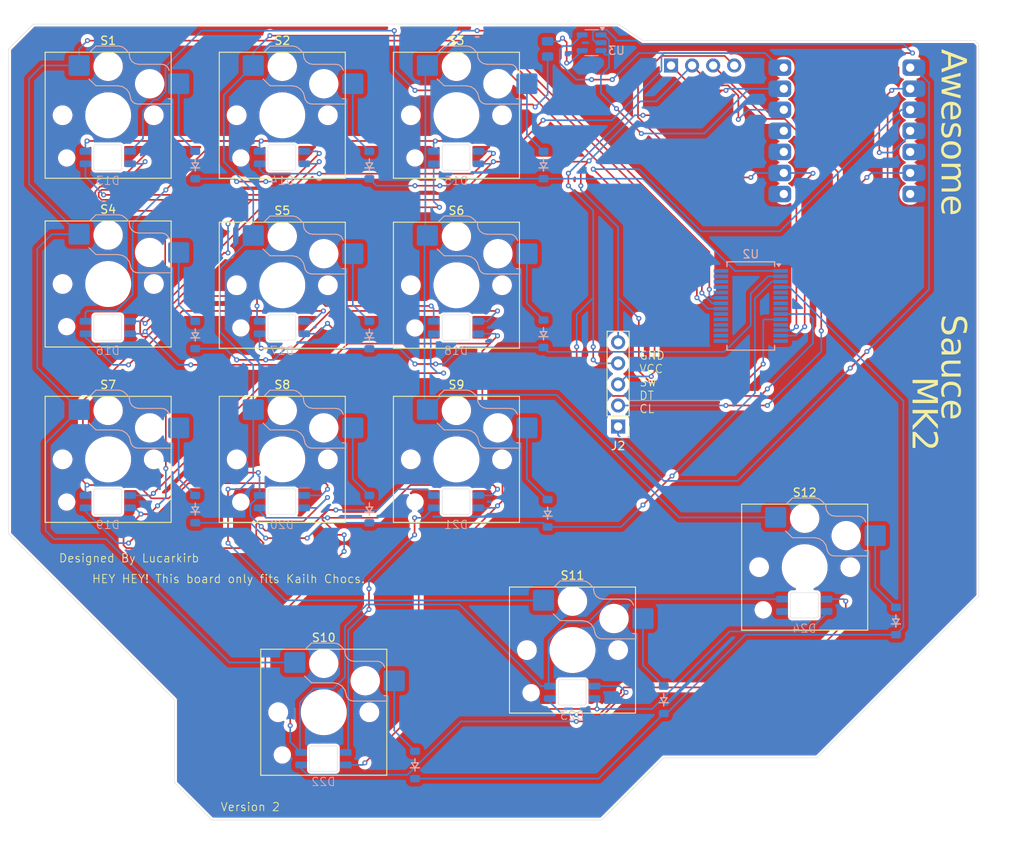
<source format=kicad_pcb>
(kicad_pcb (version 20241229) (generator "pcbnew") (generator_version "9.0")
  (layers (0 "F.Cu" signal) (2 "B.Cu" signal) (13 "F.Paste" user) (15 "B.Paste" user) (5 "F.SilkS" user "F.Silkscreen") (7 "B.SilkS" user "B.Silkscreen") (1 "F.Mask" user) (3 "B.Mask" user) (25 "Edge.Cuts" user))
  (net 0 "")
  (net 1 "Net-(D1-A)")
  (net 2 "Net-(D1-K)")
  (net 3 "Net-(D2-A)")
  (net 4 "Net-(D3-A)")
  (net 5 "Net-(D4-A)")
  (net 6 "Net-(D4-K)")
  (net 7 "Net-(D5-A)")
  (net 8 "Net-(D6-A)")
  (net 9 "Net-(D7-A)")
  (net 10 "Net-(D7-K)")
  (net 11 "Net-(D8-A)")
  (net 12 "Net-(D9-A)")
  (net 13 "Net-(J1-SDA)")
  (net 14 "VCC")
  (net 15 "Net-(J1-SCL)")
  (net 16 "GND")
  (net 17 "Net-(J2-Pin_2)")
  (net 18 "Net-(J2-Pin_1)")
  (net 19 "Net-(J2-Pin_3)")
  (net 20 "Net-(D10-K)")
  (net 21 "Net-(D10-A)")
  (net 22 "Net-(D11-A)")
  (net 23 "Net-(D12-A)")
  (net 24 "Net-(U2-GPA0)")
  (net 25 "Net-(U2-GPA1)")
  (net 26 "Net-(U2-GPA2)")
  (net 27 "Net-(D13-DIN)")
  (net 45 "Net-(D13-DOUT)")
  (net 46 "Net-(D14-DOUT)")
  (net 47 "Net-(D16-DOUT)")
  (net 48 "Net-(D17-DOUT)")
  (net 49 "Net-(D18-DOUT)")
  (net 50 "Net-(D19-DOUT)")
  (net 51 "Net-(D20-DOUT)")
  (net 52 "Net-(D22-DOUT)")
  (net 53 "Net-(D23-DOUT)")
  (net 54 "Net-(D15-DOUT)")
  (net 55 "Net-(D21-DOUT)")
  (net 56 "Net-(U1-PA11_A3_D3)")
  (net 63 "Net-(U3-Y)")
  (net 64 "Net-(D13-VDD)")
  (footprint "ScottoKeebs_Hotswap:Hotswap_Choc_V1V2_1.00u" (layer "F.Cu") (at 48.045 47.399)
    (property "Reference" "S5")
    (property "Value" "Keyswitch")
  )
  (footprint "ScottoKeebs_Hotswap:Hotswap_Choc_V1V2_1.00u" (layer "F.Cu") (at 27.045 47.25)
    (property "Reference" "S4")
    (property "Value" "Keyswitch")
  )
  (footprint "ScottoKeebs_Hotswap:Hotswap_Choc_V1V2_1.00u" (layer "F.Cu") (at 69.045 26.899)
    (property "Reference" "S3")
    (property "Value" "Keyswitch")
  )
  (footprint "ScottoKeebs_Hotswap:Hotswap_Choc_V1V2_1.00u" (layer "F.Cu") (at 53.045 98.899)
    (property "Reference" "S10")
    (property "Value" "Keyswitch")
  )
  (footprint "ScottoKeebs_Hotswap:Hotswap_Choc_V1V2_1.00u" (layer "F.Cu") (at 83.045 91.399)
    (property "Reference" "S11")
    (property "Value" "Keyswitch")
  )
  (footprint "ScottoKeebs_Hotswap:Hotswap_Choc_V1V2_1.00u" (layer "F.Cu") (at 48.045 68.399)
    (property "Reference" "S8")
    (property "Value" "Keyswitch")
  )
  (footprint "ScottoKeebs_Hotswap:Hotswap_Choc_V1V2_1.00u" (layer "F.Cu") (at 27.045 26.899)
    (property "Reference" "S1")
    (property "Value" "Keyswitch")
  )
  (footprint "ScottoKeebs_Hotswap:Hotswap_Choc_V1V2_1.00u" (layer "F.Cu") (at 48.045 26.899)
    (property "Reference" "S2")
    (property "Value" "Keyswitch")
  )
  (footprint "ScottoKeebs_Hotswap:Hotswap_Choc_V1V2_1.00u" (layer "F.Cu") (at 69.045 47.399)
    (property "Reference" "S6")
    (property "Value" "Keyswitch")
  )
  (footprint "ScottoKeebs_Components:OLED_128x64" (layer "F.Cu") (at 98.735 20.899)
    (property "Reference" "J1" (hide yes))
    (property "Value" "OLED_128x64")
  )
  (footprint "ScottoKeebs_Hotswap:Hotswap_Choc_V1V2_1.00u" (layer "F.Cu") (at 27.045 68.399)
    (property "Reference" "S7")
    (property "Value" "Keyswitch")
  )
  (footprint "Header_Pin_Connectors:PinHeader_1x05_P2.54mm_Vertical" (layer "F.Cu") (at 88.545 64.439 180)
    (property "Reference" "J2")
    (property "Value" "Conn_01x05_Pin")
  )
  (footprint "ScottoKeebs_Hotswap:Hotswap_Choc_V1V2_1.00u" (layer "F.Cu") (at 69.045 68.399)
    (property "Reference" "S9")
    (property "Value" "Keyswitch")
  )
  (footprint "ScottoKeebs_Hotswap:Hotswap_Choc_V1V2_1.00u" (layer "F.Cu") (at 111.045 81.399)
    (property "Reference" "S12")
    (property "Value" "Keyswitch")
  )
  (footprint "ScottoKeebs_Components:LED_SK6812MINI" (layer "B.Cu") (at 27 32 180)
    (property "Reference" "D13" (hide yes))
    (property "Value" "LED_SK6812MINI" (hide yes))
    (fp_line (start 1.675001 -1.319503) (end 1.675001 1.320824) (stroke (width 0.05)) (layer "Edge.Cuts"))
    (fp_line (start 1.466753 1.524752) (end -1.466748 1.530497) (stroke (width 0.05)) (layer "Edge.Cuts"))
    (fp_line (start -1.466749 -1.519503) (end 1.46675 -1.530497) (stroke (width 0.05)) (layer "Edge.Cuts"))
    (fp_line (start -1.674999 1.322249) (end -1.674999 -1.311252) (stroke (width 0.05)) (layer "Edge.Cuts"))
    (fp_arc (start 1.675001 1.322246) (mid 1.615651 1.46547) (end 1.472418 1.524832) (stroke (width 0.05)) (layer "Edge.Cuts"))
    (fp_arc (start 1.46675 -1.530497) (mid 1.614003 -1.469503) (end 1.675001 -1.322249) (stroke (width 0.05)) (layer "Edge.Cuts"))
    (fp_arc (start -1.466747 1.530497) (mid -1.614002 1.469503) (end -1.674998 1.322249) (stroke (width 0.05)) (layer "Edge.Cuts"))
    (fp_arc (start -1.674999 -1.311252) (mid -1.614004 -1.458508) (end -1.466749 -1.519503) (stroke (width 0.05)) (layer "Edge.Cuts"))
  )
  (footprint "ScottoKeebs_Components:Diode_SOD-123" (layer "B.Cu") (at 64.045 105.249 90)
    (property "Reference" "D10" (hide yes))
    (property "Value" "Diode")
  )
  (footprint "Package_TO_SOT_SMD:SOT-23-5" (layer "B.Cu") (at 85.344 18.15 180)
    (property "Reference" "U3")
    (property "Value" "SN74LV1T125DBV")
  )
  (footprint "ScottoKeebs_Components:Diode_SOD-123" (layer "B.Cu") (at 79.545 32.899 90)
    (property "Reference" "D3" (hide yes))
    (property "Value" "Diode")
  )
  (footprint "ScottoKeebs_Components:LED_SK6812MINI" (layer "B.Cu") (at 69 52.5 180)
    (property "Reference" "D18" (hide yes))
    (property "Value" "LED_SK6812MINI" (hide yes))
    (fp_line (start 1.675001 -1.319503) (end 1.675001 1.320824) (stroke (width 0.05)) (layer "Edge.Cuts"))
    (fp_line (start 1.466753 1.524752) (end -1.466748 1.530497) (stroke (width 0.05)) (layer "Edge.Cuts"))
    (fp_line (start -1.466749 -1.519503) (end 1.46675 -1.530497) (stroke (width 0.05)) (layer "Edge.Cuts"))
    (fp_line (start -1.674999 1.322249) (end -1.674999 -1.311252) (stroke (width 0.05)) (layer "Edge.Cuts"))
    (fp_arc (start 1.675001 1.322246) (mid 1.615651 1.46547) (end 1.472418 1.524832) (stroke (width 0.05)) (layer "Edge.Cuts"))
    (fp_arc (start 1.46675 -1.530497) (mid 1.614003 -1.469503) (end 1.675001 -1.322249) (stroke (width 0.05)) (layer "Edge.Cuts"))
    (fp_arc (start -1.466747 1.530497) (mid -1.614002 1.469503) (end -1.674998 1.322249) (stroke (width 0.05)) (layer "Edge.Cuts"))
    (fp_arc (start -1.674999 -1.311252) (mid -1.614004 -1.458508) (end -1.466749 -1.519503) (stroke (width 0.05)) (layer "Edge.Cuts"))
  )
  (footprint "ScottoKeebs_Components:LED_SK6812MINI" (layer "B.Cu") (at 69 73.5 180)
    (property "Reference" "D21" (hide yes))
    (property "Value" "LED_SK6812MINI" (hide yes))
    (fp_line (start 1.675001 -1.319503) (end 1.675001 1.320824) (stroke (width 0.05)) (layer "Edge.Cuts"))
    (fp_line (start 1.466753 1.524752) (end -1.466748 1.530497) (stroke (width 0.05)) (layer "Edge.Cuts"))
    (fp_line (start -1.466749 -1.519503) (end 1.46675 -1.530497) (stroke (width 0.05)) (layer "Edge.Cuts"))
    (fp_line (start -1.674999 1.322249) (end -1.674999 -1.311252) (stroke (width 0.05)) (layer "Edge.Cuts"))
    (fp_arc (start 1.675001 1.322246) (mid 1.615651 1.46547) (end 1.472418 1.524832) (stroke (width 0.05)) (layer "Edge.Cuts"))
    (fp_arc (start 1.46675 -1.530497) (mid 1.614003 -1.469503) (end 1.675001 -1.322249) (stroke (width 0.05)) (layer "Edge.Cuts"))
    (fp_arc (start -1.466747 1.530497) (mid -1.614002 1.469503) (end -1.674998 1.322249) (stroke (width 0.05)) (layer "Edge.Cuts"))
    (fp_arc (start -1.674999 -1.311252) (mid -1.614004 -1.458508) (end -1.466749 -1.519503) (stroke (width 0.05)) (layer "Edge.Cuts"))
  )
  (footprint "ScottoKeebs_MCU:Seeed_XIAO_RP2040" (layer "B.Cu") (at 116.145 28.779 180)
    (property "Reference" "U1" (hide yes))
    (property "Value" "MCU_Seeed_XIAO_RP2040")
  )
  (footprint "ScottoKeebs_Components:Diode_SOD-123" (layer "B.Cu") (at 80.045 74.899 90)
    (property "Reference" "D9" (hide yes))
    (property "Value" "Diode")
  )
  (footprint "ScottoKeebs_Components:LED_SK6812MINI" (layer "B.Cu") (at 27 73.5 180)
    (property "Reference" "D19" (hide yes))
    (property "Value" "LED_SK6812MINI" (hide yes))
    (fp_line (start 1.675001 -1.319503) (end 1.675001 1.320824) (stroke (width 0.05)) (layer "Edge.Cuts"))
    (fp_line (start 1.466753 1.524752) (end -1.466748 1.530497) (stroke (width 0.05)) (layer "Edge.Cuts"))
    (fp_line (start -1.466749 -1.519503) (end 1.46675 -1.530497) (stroke (width 0.05)) (layer "Edge.Cuts"))
    (fp_line (start -1.674999 1.322249) (end -1.674999 -1.311252) (stroke (width 0.05)) (layer "Edge.Cuts"))
    (fp_arc (start 1.675001 1.322246) (mid 1.615651 1.46547) (end 1.472418 1.524832) (stroke (width 0.05)) (layer "Edge.Cuts"))
    (fp_arc (start 1.46675 -1.530497) (mid 1.614003 -1.469503) (end 1.675001 -1.322249) (stroke (width 0.05)) (layer "Edge.Cuts"))
    (fp_arc (start -1.466747 1.530497) (mid -1.614002 1.469503) (end -1.674998 1.322249) (stroke (width 0.05)) (layer "Edge.Cuts"))
    (fp_arc (start -1.674999 -1.311252) (mid -1.614004 -1.458508) (end -1.466749 -1.519503) (stroke (width 0.05)) (layer "Edge.Cuts"))
  )
  (footprint "ScottoKeebs_Components:Diode_SOD-123" (layer "B.Cu") (at 122.045 87.899 90)
    (property "Reference" "D12" (hide yes))
    (property "Value" "Diode")
  )
  (footprint "ScottoKeebs_Components:LED_SK6812MINI" (layer "B.Cu") (at 53 104.5 180)
    (property "Reference" "D22" (hide yes))
    (property "Value" "LED_SK6812MINI" (hide yes))
    (fp_line (start 1.675001 -1.319503) (end 1.675001 1.320824) (stroke (width 0.05)) (layer "Edge.Cuts"))
    (fp_line (start 1.466753 1.524752) (end -1.466748 1.530497) (stroke (width 0.05)) (layer "Edge.Cuts"))
    (fp_line (start -1.466749 -1.519503) (end 1.46675 -1.530497) (stroke (width 0.05)) (layer "Edge.Cuts"))
    (fp_line (start -1.674999 1.322249) (end -1.674999 -1.311252) (stroke (width 0.05)) (layer "Edge.Cuts"))
    (fp_arc (start 1.675001 1.322246) (mid 1.615651 1.46547) (end 1.472418 1.524832) (stroke (width 0.05)) (layer "Edge.Cuts"))
    (fp_arc (start 1.46675 -1.530497) (mid 1.614003 -1.469503) (end 1.675001 -1.322249) (stroke (width 0.05)) (layer "Edge.Cuts"))
    (fp_arc (start -1.466747 1.530497) (mid -1.614002 1.469503) (end -1.674998 1.322249) (stroke (width 0.05)) (layer "Edge.Cuts"))
    (fp_arc (start -1.674999 -1.311252) (mid -1.614004 -1.458508) (end -1.466749 -1.519503) (stroke (width 0.05)) (layer "Edge.Cuts"))
  )
  (footprint "ScottoKeebs_Components:Diode_SOD-123" (layer "B.Cu") (at 94.045 97.399 90)
    (property "Reference" "D11" (hide yes))
    (property "Value" "Diode")
  )
  (footprint "Package_SO:SSOP-28_5.3x10.2mm_P0.65mm" (layer "B.Cu") (at 104.545 49.899 180)
    (property "Reference" "U2")
    (property "Value" "MCP23017_SS")
  )
  (footprint "ScottoKeebs_Components:LED_SK6812MINI" (layer "B.Cu") (at 83 96.5 180)
    (property "Reference" "D23" (hide yes))
    (property "Value" "LED_SK6812MINI" (hide yes))
    (fp_line (start 1.675001 -1.319503) (end 1.675001 1.320824) (stroke (width 0.05)) (layer "Edge.Cuts"))
    (fp_line (start 1.466753 1.524752) (end -1.466748 1.530497) (stroke (width 0.05)) (layer "Edge.Cuts"))
    (fp_line (start -1.466749 -1.519503) (end 1.46675 -1.530497) (stroke (width 0.05)) (layer "Edge.Cuts"))
    (fp_line (start -1.674999 1.322249) (end -1.674999 -1.311252) (stroke (width 0.05)) (layer "Edge.Cuts"))
    (fp_arc (start 1.675001 1.322246) (mid 1.615651 1.46547) (end 1.472418 1.524832) (stroke (width 0.05)) (layer "Edge.Cuts"))
    (fp_arc (start 1.46675 -1.530497) (mid 1.614003 -1.469503) (end 1.675001 -1.322249) (stroke (width 0.05)) (layer "Edge.Cuts"))
    (fp_arc (start -1.466747 1.530497) (mid -1.614002 1.469503) (end -1.674998 1.322249) (stroke (width 0.05)) (layer "Edge.Cuts"))
    (fp_arc (start -1.674999 -1.311252) (mid -1.614004 -1.458508) (end -1.466749 -1.519503) (stroke (width 0.05)) (layer "Edge.Cuts"))
  )
  (footprint "ScottoKeebs_Components:Diode_SOD-123" (layer "B.Cu") (at 58.545 74.399 90)
    (property "Reference" "D8" (hide yes))
    (property "Value" "Diode")
  )
  (footprint "ScottoKeebs_Components:LED_SK6812MINI" (layer "B.Cu") (at 48 52.5 180)
    (property "Reference" "D17" (hide yes))
    (property "Value" "LED_SK6812MINI" (hide yes))
    (fp_line (start 1.675001 -1.319503) (end 1.675001 1.320824) (stroke (width 0.05)) (layer "Edge.Cuts"))
    (fp_line (start 1.466753 1.524752) (end -1.466748 1.530497) (stroke (width 0.05)) (layer "Edge.Cuts"))
    (fp_line (start -1.466749 -1.519503) (end 1.46675 -1.530497) (stroke (width 0.05)) (layer "Edge.Cuts"))
    (fp_line (start -1.674999 1.322249) (end -1.674999 -1.311252) (stroke (width 0.05)) (layer "Edge.Cuts"))
    (fp_arc (start 1.675001 1.322246) (mid 1.615651 1.46547) (end 1.472418 1.524832) (stroke (width 0.05)) (layer "Edge.Cuts"))
    (fp_arc (start 1.46675 -1.530497) (mid 1.614003 -1.469503) (end 1.675001 -1.322249) (stroke (width 0.05)) (layer "Edge.Cuts"))
    (fp_arc (start -1.466747 1.530497) (mid -1.614002 1.469503) (end -1.674998 1.322249) (stroke (width 0.05)) (layer "Edge.Cuts"))
    (fp_arc (start -1.674999 -1.311252) (mid -1.614004 -1.458508) (end -1.466749 -1.519503) (stroke (width 0.05)) (layer "Edge.Cuts"))
  )
  (footprint "ScottoKeebs_Components:LED_SK6812MINI" (layer "B.Cu") (at 48 32 180)
    (property "Reference" "D14" (hide yes))
    (property "Value" "LED_SK6812MINI" (hide yes))
    (fp_line (start 1.675001 -1.319503) (end 1.675001 1.320824) (stroke (width 0.05)) (layer "Edge.Cuts"))
    (fp_line (start 1.466753 1.524752) (end -1.466748 1.530497) (stroke (width 0.05)) (layer "Edge.Cuts"))
    (fp_line (start -1.466749 -1.519503) (end 1.46675 -1.530497) (stroke (width 0.05)) (layer "Edge.Cuts"))
    (fp_line (start -1.674999 1.322249) (end -1.674999 -1.311252) (stroke (width 0.05)) (layer "Edge.Cuts"))
    (fp_arc (start 1.675001 1.322246) (mid 1.615651 1.46547) (end 1.472418 1.524832) (stroke (width 0.05)) (layer "Edge.Cuts"))
    (fp_arc (start 1.46675 -1.530497) (mid 1.614003 -1.469503) (end 1.675001 -1.322249) (stroke (width 0.05)) (layer "Edge.Cuts"))
    (fp_arc (start -1.466747 1.530497) (mid -1.614002 1.469503) (end -1.674998 1.322249) (stroke (width 0.05)) (layer "Edge.Cuts"))
    (fp_arc (start -1.674999 -1.311252) (mid -1.614004 -1.458508) (end -1.466749 -1.519503) (stroke (width 0.05)) (layer "Edge.Cuts"))
  )
  (footprint "ScottoKeebs_Components:Diode_SOD-123" (layer "B.Cu") (at 79.545 53.249 90)
    (property "Reference" "D6" (hide yes))
    (property "Value" "Diode")
  )
  (footprint "ScottoKeebs_Components:Diode_SOD-123" (layer "B.Cu") (at 37.545 32.899 90)
    (property "Reference" "D1" (hide yes))
    (property "Value" "Diode")
  )
  (footprint "ScottoKeebs_Components:Diode_SOD-123" (layer "B.Cu") (at 37.545 53.399 90)
    (property "Reference" "D4" (hide yes))
    (property "Value" "Diode")
  )
  (footprint "ScottoKeebs_Components:Diode_SOD-123" (layer "B.Cu") (at 58.545 53.399 90)
    (property "Reference" "D5" (hide yes))
    (property "Value" "Diode")
  )
  (footprint "ScottoKeebs_Components:Diode_SOD-123" (layer "B.Cu") (at 58.545 32.899 90)
    (property "Reference" "D2" (hide yes))
    (property "Value" "Diode")
  )
  (footprint "ScottoKeebs_Components:LED_SK6812MINI" (layer "B.Cu") (at 111 86 180)
    (property "Reference" "D24" (hide yes))
    (property "Value" "LED_SK6812MINI" (hide yes))
    (fp_line (start 1.675001 -1.319503) (end 1.675001 1.320824) (stroke (width 0.05)) (layer "Edge.Cuts"))
    (fp_line (start 1.466753 1.524752) (end -1.466748 1.530497) (stroke (width 0.05)) (layer "Edge.Cuts"))
    (fp_line (start -1.466749 -1.519503) (end 1.46675 -1.530497) (stroke (width 0.05)) (layer "Edge.Cuts"))
    (fp_line (start -1.674999 1.322249) (end -1.674999 -1.311252) (stroke (width 0.05)) (layer "Edge.Cuts"))
    (fp_arc (start 1.675001 1.322246) (mid 1.615651 1.46547) (end 1.472418 1.524832) (stroke (width 0.05)) (layer "Edge.Cuts"))
    (fp_arc (start 1.46675 -1.530497) (mid 1.614003 -1.469503) (end 1.675001 -1.322249) (stroke (width 0.05)) (layer "Edge.Cuts"))
    (fp_arc (start -1.466747 1.530497) (mid -1.614002 1.469503) (end -1.674998 1.322249) (stroke (width 0.05)) (layer "Edge.Cuts"))
    (fp_arc (start -1.674999 -1.311252) (mid -1.614004 -1.458508) (end -1.466749 -1.519503) (stroke (width 0.05)) (layer "Edge.Cuts"))
  )
  (footprint "ScottoKeebs_Components:Resistor_0805" (layer "B.Cu") (at 80.045 18.899 -90)
    (property "Reference" "R1" (hide yes))
    (property "Value" "300" (hide yes))
  )
  (footprint "ScottoKeebs_Components:LED_SK6812MINI" (layer "B.Cu") (at 48 73.5 180)
    (property "Reference" "D20" (hide yes))
    (property "Value" "LED_SK6812MINI" (hide yes))
    (fp_line (start 1.675001 -1.319503) (end 1.675001 1.320824) (stroke (width 0.05)) (layer "Edge.Cuts"))
    (fp_line (start 1.466753 1.524752) (end -1.466748 1.530497) (stroke (width 0.05)) (layer "Edge.Cuts"))
    (fp_line (start -1.466749 -1.519503) (end 1.46675 -1.530497) (stroke (width 0.05)) (layer "Edge.Cuts"))
    (fp_line (start -1.674999 1.322249) (end -1.674999 -1.311252) (stroke (width 0.05)) (layer "Edge.Cuts"))
    (fp_arc (start 1.675001 1.322246) (mid 1.615651 1.46547) (end 1.472418 1.524832) (stroke (width 0.05)) (layer "Edge.Cuts"))
    (fp_arc (start 1.46675 -1.530497) (mid 1.614003 -1.469503) (end 1.675001 -1.322249) (stroke (width 0.05)) (layer "Edge.Cuts"))
    (fp_arc (start -1.466747 1.530497) (mid -1.614002 1.469503) (end -1.674998 1.322249) (stroke (width 0.05)) (layer "Edge.Cuts"))
    (fp_arc (start -1.674999 -1.311252) (mid -1.614004 -1.458508) (end -1.466749 -1.519503) (stroke (width 0.05)) (layer "Edge.Cuts"))
  )
  (footprint "ScottoKeebs_Components:LED_SK6812MINI" (layer "B.Cu") (at 27 52.5 180)
    (property "Reference" "D16" (hide yes))
    (property "Value" "LED_SK6812MINI" (hide yes))
    (fp_line (start 1.675001 -1.319503) (end 1.675001 1.320824) (stroke (width 0.05)) (layer "Edge.Cuts"))
    (fp_line (start 1.466753 1.524752) (end -1.466748 1.530497) (stroke (width 0.05)) (layer "Edge.Cuts"))
    (fp_line (start -1.466749 -1.519503) (end 1.46675 -1.530497) (stroke (width 0.05)) (layer "Edge.Cuts"))
    (fp_line (start -1.674999 1.322249) (end -1.674999 -1.311252) (stroke (width 0.05)) (layer "Edge.Cuts"))
    (fp_arc (start 1.675001 1.322246) (mid 1.615651 1.46547) (end 1.472418 1.524832) (stroke (width 0.05)) (layer "Edge.Cuts"))
    (fp_arc (start 1.46675 -1.530497) (mid 1.614003 -1.469503) (end 1.675001 -1.322249) (stroke (width 0.05)) (layer "Edge.Cuts"))
    (fp_arc (start -1.466747 1.530497) (mid -1.614002 1.469503) (end -1.674998 1.322249) (stroke (width 0.05)) (layer "Edge.Cuts"))
    (fp_arc (start -1.674999 -1.311252) (mid -1.614004 -1.458508) (end -1.466749 -1.519503) (stroke (width 0.05)) (layer "Edge.Cuts"))
  )
  (footprint "ScottoKeebs_Components:LED_SK6812MINI" (layer "B.Cu") (at 69 32 180)
    (property "Reference" "D15" (hide yes))
    (property "Value" "LED_SK6812MINI" (hide yes))
    (fp_line (start 1.675001 -1.319503) (end 1.675001 1.320824) (stroke (width 0.05)) (layer "Edge.Cuts"))
    (fp_line (start 1.466753 1.524752) (end -1.466748 1.530497) (stroke (width 0.05)) (layer "Edge.Cuts"))
    (fp_line (start -1.466749 -1.519503) (end 1.46675 -1.530497) (stroke (width 0.05)) (layer "Edge.Cuts"))
    (fp_line (start -1.674999 1.322249) (end -1.674999 -1.311252) (stroke (width 0.05)) (layer "Edge.Cuts"))
    (fp_arc (start 1.675001 1.322246) (mid 1.615651 1.46547) (end 1.472418 1.524832) (stroke (width 0.05)) (layer "Edge.Cuts"))
    (fp_arc (start 1.46675 -1.530497) (mid 1.614003 -1.469503) (end 1.675001 -1.322249) (stroke (width 0.05)) (layer "Edge.Cuts"))
    (fp_arc (start -1.466747 1.530497) (mid -1.614002 1.469503) (end -1.674998 1.322249) (stroke (width 0.05)) (layer "Edge.Cuts"))
    (fp_arc (start -1.674999 -1.311252) (mid -1.614004 -1.458508) (end -1.466749 -1.519503) (stroke (width 0.05)) (layer "Edge.Cuts"))
  )
  (footprint "ScottoKeebs_Components:Diode_SOD-123" (layer "B.Cu") (at 37.545 74.399 90)
    (property "Reference" "D7" (hide yes))
    (property "Value" "Diode")
  )
  (gr_line (start 131.545 17.899) (end 132.045 18.399) (stroke (width 0.05)) (layer "Edge.Cuts"))
  (gr_line (start 126.045 17.899) (end 131.545 17.899) (stroke (width 0.05)) (layer "Edge.Cuts"))
  (gr_line (start 132.045 84.899) (end 132.045 18.399) (stroke (width 0.05)) (layer "Edge.Cuts"))
  (gr_line (start 94.045 104.399) (end 112.545 104.399) (stroke (width 0.05)) (layer "Edge.Cuts"))
  (gr_line (start 132.045 84.899) (end 126.545 90.399) (stroke (width 0.05)) (layer "Edge.Cuts"))
  (gr_line (start 39.545 111.899) (end 86.545 111.899) (stroke (width 0.05)) (layer "Edge.Cuts"))
  (gr_line (start 112.545 104.399) (end 126.545 90.399) (stroke (width 0.05)) (layer "Edge.Cuts"))
  (gr_line (start 90.045 16.899) (end 91.545 17.899) (stroke (width 0.05)) (layer "Edge.Cuts"))
  (gr_line (start 15.045 18.899) (end 15.045 77.399) (stroke (width 0.05)) (layer "Edge.Cuts"))
  (gr_line (start 18.045 15.899) (end 88.545 15.899) (stroke (width 0.05)) (layer "Edge.Cuts"))
  (gr_line (start 16.545 17.399) (end 15.045 18.899) (stroke (width 0.05)) (layer "Edge.Cuts"))
  (gr_line (start 35.045 107.399) (end 39.545 111.899) (stroke (width 0.05)) (layer "Edge.Cuts"))
  (gr_line (start 35.045 97.399) (end 35.045 107.399) (stroke (width 0.05)) (layer "Edge.Cuts"))
  (gr_line (start 91.545 17.899) (end 126.045 17.899) (stroke (width 0.05)) (layer "Edge.Cuts"))
  (gr_line (start 15.045 77.399) (end 35.045 97.399) (stroke (width 0.05)) (layer "Edge.Cuts"))
  (gr_line (start 86.545 111.899) (end 94.045 104.399) (stroke (width 0.05)) (layer "Edge.Cuts"))
  (gr_line (start 16.545 17.399) (end 18.045 15.899) (stroke (width 0.05)) (layer "Edge.Cuts"))
  (gr_line (start 88.545 15.899) (end 90.045 16.899) (stroke (width 0.05)) (layer "Edge.Cuts"))
  (gr_text "Sauce" (at 127.045 50.899 270) (layer "F.SilkS") (effects (font (size 3 3) (thickness 0.1)) (justify left bottom)))
  (gr_text "MK2" (at 123.545 58.399 270) (layer "F.SilkS") (effects (font (size 3 3) (thickness 0.1)) (justify left bottom)))
  (gr_text "Version 2\n" (at 40.545 110.899 0) (layer "F.SilkS") (effects (font (size 1 1) (thickness 0.1)) (justify left bottom)))
  (gr_text "Awesome" (at 127.045 18.899 270) (layer "F.SilkS") (effects (font (size 3 3) (thickness 0.1)) (justify left bottom)))
  (gr_text "HEY HEY! This board only fits Kailh Chocs." (at 25.045 83.399 0) (layer "F.SilkS") (effects (font (size 1 1) (thickness 0.1)) (justify left bottom)))
  (gr_text "GND\nVCC\nSW\nDT\nCL" (at 91.045 62.899 0) (layer "F.SilkS") (effects (font (size 1 1) (thickness 0.1)) (justify left bottom)))
  (gr_text "Designed By Lucarkirb" (at 21.045 80.899 0) (layer "F.SilkS") (effects (font (size 1 1) (thickness 0.1)) (justify left bottom)))
  (segment (start 35.545 29.249) (end 37.545 31.249) (width 0.2) (layer "B.Cu") (net 1))
  (segment (start 35.545 23.099) (end 35.545 29.249) (width 0.2) (layer "B.Cu") (net 1))
  (segment (start 64.045 35.399) (end 67.045 35.399) (width 0.2) (layer "F.Cu") (net 2))
  (segment (start 42.545 34.899) (end 46.045 34.899) (width 0.2) (layer "F.Cu") (net 2))
  (via (at 64.045 35.399) (size 0.6) (drill 0.3) (layers "F.Cu" "B.Cu") (net 2))
  (via (at 46.045 34.899) (size 0.6) (drill 0.3) (layers "F.Cu" "B.Cu") (net 2))
  (via (at 67.045 35.399) (size 0.6) (drill 0.3) (layers "F.Cu" "B.Cu") (net 2))
  (via (at 42.545 34.899) (size 0.6) (drill 0.3) (layers "F.Cu" "B.Cu") (net 2))
  (segment (start 42.195 34.549) (end 42.545 34.899) (width 0.2) (layer "B.Cu") (net 2))
  (segment (start 91.522 34.549) (end 102.647 45.674) (width 0.2) (layer "B.Cu") (net 2))
  (segment (start 46.045 34.899) (end 47.045 34.899) (width 0.2) (layer "B.Cu") (net 2))
  (segment (start 37.545 34.549) (end 42.195 34.549) (width 0.2) (layer "B.Cu") (net 2))
  (segment (start 102.647 45.674) (end 108.145 45.674) (width 0.2) (layer "B.Cu") (net 2))
  (segment (start 67.045 35.399) (end 68.045 35.399) (width 0.2) (layer "B.Cu") (net 2))
  (segment (start 47.045 34.899) (end 47.395 34.549) (width 0.2) (layer "B.Cu") (net 2))
  (segment (start 68.045 35.399) (end 68.895 34.549) (width 0.2) (layer "B.Cu") (net 2))
  (segment (start 68.895 34.549) (end 79.545 34.549) (width 0.2) (layer "B.Cu") (net 2))
  (segment (start 59.395 35.399) (end 64.045 35.399) (width 0.2) (layer "B.Cu") (net 2))
  (segment (start 58.545 34.549) (end 59.395 35.399) (width 0.2) (layer "B.Cu") (net 2))
  (segment (start 47.395 34.549) (end 58.545 34.549) (width 0.2) (layer "B.Cu") (net 2))
  (segment (start 79.545 34.549) (end 91.522 34.549) (width 0.2) (layer "B.Cu") (net 2))
  (segment (start 56.545 29.249) (end 58.545 31.249) (width 0.2) (layer "B.Cu") (net 3))
  (segment (start 56.545 23.099) (end 56.545 29.249) (width 0.2) (layer "B.Cu") (net 3))
  (segment (start 77.545 29.249) (end 79.545 31.249) (width 0.2) (layer "B.Cu") (net 4))
  (segment (start 77.545 23.099) (end 77.545 29.249) (width 0.2) (layer "B.Cu") (net 4))
  (segment (start 35.545 43.45) (end 35.545 49.749) (width 0.2) (layer "B.Cu") (net 5))
  (segment (start 35.545 49.749) (end 37.545 51.749) (width 0.2) (layer "B.Cu") (net 5))
  (segment (start 42.545 56.399) (end 46.045 56.399) (width 0.2) (layer "F.Cu") (net 6))
  (segment (start 64.045 56.899) (end 66.545 56.899) (width 0.2) (layer "F.Cu") (net 6))
  (via (at 42.545 56.399) (size 0.6) (drill 0.3) (layers "F.Cu" "B.Cu") (net 6))
  (via (at 66.545 56.899) (size 0.6) (drill 0.3) (layers "F.Cu" "B.Cu") (net 6))
  (via (at 64.045 56.899) (size 0.6) (drill 0.3) (layers "F.Cu" "B.Cu") (net 6))
  (via (at 46.045 56.399) (size 0.6) (drill 0.3) (layers "F.Cu" "B.Cu") (net 6))
  (segment (start 48.395 55.049) (end 58.545 55.049) (width 0.2) (layer "B.Cu") (net 6))
  (segment (start 58.545 55.049) (end 62.195 55.049) (width 0.2) (layer "B.Cu") (net 6))
  (segment (start 67.545 56.899) (end 69.545 54.899) (width 0.2) (layer "B.Cu") (net 6))
  (segment (start 62.195 55.049) (end 64.045 56.899) (width 0.2) (layer "B.Cu") (net 6))
  (segment (start 47.045 56.399) (end 48.395 55.049) (width 0.2) (layer "B.Cu") (net 6))
  (segment (start 106.62 46.324) (end 108.145 46.324) (width 0.2) (layer "B.Cu") (net 6))
  (segment (start 104.545 48.399) (end 106.62 46.324) (width 0.2) (layer "B.Cu") (net 6))
  (segment (start 104.545 52.226) (end 104.545 48.399) (width 0.2) (layer "B.Cu") (net 6))
  (segment (start 79.545 54.899) (end 80.076 55.43) (width 0.2) (layer "B.Cu") (net 6))
  (segment (start 37.545 55.049) (end 41.195 55.049) (width 0.2) (layer "B.Cu") (net 6))
  (segment (start 46.045 56.399) (end 47.045 56.399) (width 0.2) (layer "B.Cu") (net 6))
  (segment (start 80.076 55.43) (end 101.341 55.43) (width 0.2) (layer "B.Cu") (net 6))
  (segment (start 101.341 55.43) (end 104.545 52.226) (width 0.2) (layer "B.Cu") (net 6))
  (segment (start 69.545 54.899) (end 79.545 54.899) (width 0.2) (layer "B.Cu") (net 6))
  (segment (start 66.545 56.899) (end 67.545 56.899) (width 0.2) (layer "B.Cu") (net 6))
  (segment (start 41.195 55.049) (end 42.545 56.399) (width 0.2) (layer "B.Cu") (net 6))
  (segment (start 56.545 49.749) (end 58.545 51.749) (width 0.2) (layer "B.Cu") (net 7))
  (segment (start 56.545 43.599) (end 56.545 49.749) (width 0.2) (layer "B.Cu") (net 7))
  (segment (start 77.545 43.599) (end 77.545 49.599) (width 0.2) (layer "B.Cu") (net 8))
  (segment (start 77.545 49.599) (end 79.545 51.599) (width 0.2) (layer "B.Cu") (net 8))
  (segment (start 35.545 64.599) (end 35.545 70.749) (width 0.2) (layer "B.Cu") (net 9))
  (segment (start 35.545 70.749) (end 37.545 72.749) (width 0.2) (layer "B.Cu") (net 9))
  (segment (start 46.045 77.899) (end 51.045 77.899) (width 0.2) (layer "F.Cu") (net 10))
  (segment (start 91.545 73.899) (end 95.045 70.399) (width 0.2) (layer "F.Cu") (net 10))
  (via (at 51.045 77.899) (size 0.6) (drill 0.3) (layers "F.Cu" "B.Cu") (net 10))
  (via (at 95.045 70.399) (size 0.6) (drill 0.3) (layers "F.Cu" "B.Cu") (net 10))
  (via (at 46.045 77.899) (size 0.6) (drill 0.3) (layers "F.Cu" "B.Cu") (net 10))
  (via (at 91.545 73.899) (size 0.6) (drill 0.3) (layers "F.Cu" "B.Cu") (net 10))
  (segment (start 58.545 76.049) (end 79.545 76.049) (width 0.2) (layer "B.Cu") (net 10))
  (segment (start 105.045 60.399) (end 105.045 48.999) (width 0.2) (layer "B.Cu") (net 10))
  (segment (start 80.045 76.549) (end 88.895 76.549) (width 0.2) (layer "B.Cu") (net 10))
  (segment (start 79.545 76.049) (end 80.045 76.549) (width 0.2) (layer "B.Cu") (net 10))
  (segment (start 37.545 76.049) (end 44.195 76.049) (width 0.2) (layer "B.Cu") (net 10))
  (segment (start 52.895 76.049) (end 51.045 77.899) (width 0.2) (layer "B.Cu") (net 10))
  (segment (start 58.545 76.049) (end 52.895 76.049) (width 0.2) (layer "B.Cu") (net 10))
  (segment (start 44.195 76.049) (end 46.045 77.899) (width 0.2) (layer "B.Cu") (net 10))
  (segment (start 105.045 48.999) (end 107.07 46.974) (width 0.2) (layer "B.Cu") (net 10))
  (segment (start 95.045 70.399) (end 105.045 60.399) (width 0.2) (layer "B.Cu") (net 10))
  (segment (start 88.895 76.549) (end 91.545 73.899) (width 0.2) (layer "B.Cu") (net 10))
  (segment (start 107.07 46.974) (end 108.145 46.974) (width 0.2) (layer "B.Cu") (net 10))
  (segment (start 56.545 64.599) (end 56.545 70.749) (width 0.2) (layer "B.Cu") (net 11))
  (segment (start 56.545 70.749) (end 58.545 72.749) (width 0.2) (layer "B.Cu") (net 11))
  (segment (start 77.545 70.749) (end 80.045 73.249) (width 0.2) (layer "B.Cu") (net 12))
  (segment (start 77.545 64.599) (end 77.545 70.749) (width 0.2) (layer "B.Cu") (net 12))
  (segment (start 90.944 27.147943) (end 98.195057 34.399) (width 0.2) (layer "F.Cu") (net 13))
  (segment (start 110.045 41.399) (end 110.045 35.899) (width 0.2) (layer "F.Cu") (net 13))
  (segment (start 90.944 22.578) (end 90.944 27.147943) (width 0.2) (layer "F.Cu") (net 13))
  (segment (start 110.045 52.399) (end 110.045 42.899) (width 0.2) (layer "F.Cu") (net 13))
  (segment (start 102.545 20.899) (end 101.394 19.748) (width 0.2) (layer "F.Cu") (net 13))
  (segment (start 101.394 19.748) (end 93.774 19.748) (width 0.2) (layer "F.Cu") (net 13))
  (segment (start 93.774 19.748) (end 90.944 22.578) (width 0.2) (layer "F.Cu") (net 13))
  (segment (start 110.045 42.899) (end 110.045 41.399) (width 0.2) (layer "F.Cu") (net 13))
  (segment (start 98.195057 34.399) (end 104.045 34.399) (width 0.2) (layer "F.Cu") (net 13))
  (segment (start 104.045 34.399) (end 104.545 34.399) (width 0.2) (layer "F.Cu") (net 13))
  (segment (start 110.045 35.899) (end 112.045 33.899) (width 0.2) (layer "F.Cu") (net 13))
  (via (at 110.045 52.399) (size 0.6) (drill 0.3) (layers "F.Cu" "B.Cu") (net 13))
  (via (at 112.045 33.899) (size 0.6) (drill 0.3) (layers "F.Cu" "B.Cu") (net 13))
  (via (at 104.545 34.399) (size 0.6) (drill 0.3) (layers "F.Cu" "B.Cu") (net 13))
  (segment (start 104.545 34.399) (end 105.085 33.859) (width 0.2) (layer "B.Cu") (net 13))
  (segment (start 112.045 33.899) (end 112.005 33.859) (width 0.2) (layer "B.Cu") (net 13))
  (segment (start 109.62 52.824) (end 110.045 52.399) (width 0.2) (layer "B.Cu") (net 13))
  (segment (start 108.145 52.824) (end 109.62 52.824) (width 0.2) (layer "B.Cu") (net 13))
  (segment (start 105.085 33.859) (end 108.525 33.859) (width 0.2) (layer "B.Cu") (net 13))
  (segment (start 112.005 33.859) (end 108.045 33.859) (width 0.2) (layer "B.Cu") (net 13))
  (segment (start 87.894 60.748) (end 83.545 56.399) (width 0.2) (layer "F.Cu") (net 14))
  (segment (start 106.545 59.899) (end 105.696 60.748) (width 0.2) (layer "F.Cu") (net 14))
  (segment (start 97.465 20.899) (end 99.864 23.298) (width 0.2) (layer "F.Cu") (net 14))
  (segment (start 103.045 26.399) (end 103.045 27.399) (width 0.2) (layer "F.Cu") (net 14))
  (segment (start 105.696 60.748) (end 87.894 60.748) (width 0.2) (layer "F.Cu") (net 14))
  (segment (start 99.864 23.298) (end 101.793943 23.298) (width 0.2) (layer "F.Cu") (net 14))
  (segment (start 103.045 24.549057) (end 103.045 26.399) (width 0.2) (layer "F.Cu") (net 14))
  (segment (start 101.793943 23.298) (end 103.045 24.549057) (width 0.2) (layer "F.Cu") (net 14))
  (segment (start 83.545 56.399) (end 83.545 54.83) (width 0.2) (layer "F.Cu") (net 14))
  (segment (start 85.545 56.399) (end 85.545 54.83) (width 0.2) (layer "F.Cu") (net 14))
  (segment (start 82.545 35.399) (end 82.545 33.899) (width 0.2) (layer "F.Cu") (net 14))
  (via (at 82.545 33.899) (size 0.6) (drill 0.3) (layers "F.Cu" "B.Cu") (net 14))
  (via (at 106.545 59.899) (size 0.6) (drill 0.3) (layers "F.Cu" "B.Cu") (net 14))
  (via (at 83.545 54.83) (size 0.6) (drill 0.3) (layers "F.Cu" "B.Cu") (net 14))
  (via (at 85.545 56.399) (size 0.6) (drill 0.3) (layers "F.Cu" "B.Cu") (net 14))
  (via (at 103.045 27.399) (size 0.6) (drill 0.3) (layers "F.Cu" "B.Cu") (net 14))
  (via (at 82.545 35.399) (size 0.6) (drill 0.3) (layers "F.Cu" "B.Cu") (net 14))
  (via (at 85.545 54.83) (size 0.6) (drill 0.3) (layers "F.Cu" "B.Cu") (net 14))
  (segment (start 83.545 50.899) (end 85.545 48.899) (width 0.2) (layer "B.Cu") (net 14))
  (segment (start 85.545 54.83) (end 85.545 48.899) (width 0.2) (layer "B.Cu") (net 14))
  (segment (start 85.545 48.899) (end 85.545 38.399) (width 0.2) (layer "B.Cu") (net 14))
  (segment (start 104.205 26.239) (end 108.045 26.239) (width 0.2) (layer "B.Cu") (net 14))
  (segment (start 112.045 54.399) (end 106.545 59.899) (width 0.2) (layer "B.Cu") (net 14))
  (segment (start 112.045 51.399) (end 112.045 54.399) (width 0.2) (layer "B.Cu") (net 14))
  (segment (start 83.545 54.83) (end 83.545 50.899) (width 0.2) (layer "B.Cu") (net 14))
  (segment (start 85.545 38.399) (end 82.545 35.399) (width 0.2) (layer "B.Cu") (net 14))
  (segment (start 88.545 56.819) (end 85.965 56.819) (width 0.2) (layer "B.Cu") (net 14))
  (segment (start 108.145 50.874) (end 111.52 50.874) (width 0.2) (layer "B.Cu") (net 14))
  (segment (start 91.219265 25.224735) (end 93.139265 25.224735) (width 0.2) (layer "B.Cu") (net 14))
  (segment (start 82.545 33.899) (end 91.219265 25.224735) (width 0.2) (layer "B.Cu") (net 14))
  (segment (start 93.139265 25.224735) (end 97.465 20.899) (width 0.2) (layer "B.Cu") (net 14))
  (segment (start 111.52 50.874) (end 112.045 51.399) (width 0.2) (layer "B.Cu") (net 14))
  (segment (start 108.12 50.899) (end 108.145 50.874) (width 0.2) (layer "B.Cu") (net 14))
  (segment (start 103.045 27.399) (end 104.205 26.239) (width 0.2) (layer "B.Cu") (net 14))
  (segment (start 85.965 56.819) (end 85.545 56.399) (width 0.2) (layer "B.Cu") (net 14))
  (segment (start 111.045 41.899) (end 115.045 37.899) (width 0.2) (layer "F.Cu") (net 15))
  (segment (start 115.045 37.899) (end 118.545 34.399) (width 0.2) (layer "F.Cu") (net 15))
  (segment (start 108.64305 27.34) (end 115.045 33.74195) (width 0.2) (layer "F.Cu") (net 15))
  (segment (start 106.446 27.34) (end 108.64305 27.34) (width 0.2) (layer "F.Cu") (net 15))
  (segment (start 115.045 33.74195) (end 115.045 37.899) (width 0.2) (layer "F.Cu") (net 15))
  (segment (start 100.005 20.899) (end 106.446 27.34) (width 0.2) (layer "F.Cu") (net 15))
  (segment (start 111.045 52.399) (end 111.045 41.899) (width 0.2) (layer "F.Cu") (net 15))
  (via (at 111.045 52.399) (size 0.6) (drill 0.3) (layers "F.Cu" "B.Cu") (net 15))
  (via (at 118.545 34.399) (size 0.6) (drill 0.3) (layers "F.Cu" "B.Cu") (net 15))
  (segment (start 108.145 53.474) (end 109.97 53.474) (width 0.2) (layer "B.Cu") (net 15))
  (segment (start 124.21 33.859) (end 119.085 33.859) (width 0.2) (layer "B.Cu") (net 15))
  (segment (start 119.085 33.859) (end 118.545 34.399) (width 0.2) (layer "B.Cu") (net 15))
  (segment (start 109.97 53.474) (end 111.045 52.399) (width 0.2) (layer "B.Cu") (net 15))
  (segment (start 94.925 20.899) (end 97.925 23.899) (width 0.2) (layer "F.Cu") (net 16))
  (segment (start 26.251057 35.899) (end 25.899 36.251057) (width 0.2) (layer "F.Cu") (net 16))
  (segment (start 28.899 78.748943) (end 29.251057 79.101) (width 0.2) (layer "F.Cu") (net 16))
  (segment (start 97.925 23.899) (end 101.045 23.899) (width 0.2) (layer "F.Cu") (net 16))
  (segment (start 91.045 57.748943) (end 91.045 51.399) (width 0.2) (layer "F.Cu") (net 16))
  (segment (start 91.545 26.899) (end 91.646 27) (width 0.2) (layer "F.Cu") (net 16))
  (segment (start 64.5 98.5) (end 86 98.5) (width 0.2) (layer "F.Cu") (net 16))
  (segment (start 84.944 32.5) (end 85.045 32.399) (width 0.2) (layer "F.Cu") (net 16))
  (segment (start 25.899 36.251057) (end 25.899 36.748943) (width 0.2) (layer "F.Cu") (net 16))
  (segment (start 26.251057 37.101) (end 47.899 37.101) (width 0.2) (layer "F.Cu") (net 16))
  (segment (start 31 75) (end 28.899 77.101) (width 0.2) (layer "F.Cu") (net 16))
  (segment (start 31.5 53) (end 41 43.5) (width 0.2) (layer "F.Cu") (net 16))
  (segment (start 41.5 40) (end 44.399 37.101) (width 0.2) (layer "F.Cu") (net 16))
  (segment (start 91.545 26.899) (end 98.045 26.899) (width 0.2) (layer "F.Cu") (net 16))
  (segment (start 101.045 23.899) (end 101.545 23.899) (width 0.2) (layer "F.Cu") (net 16))
  (segment (start 92.296057 59) (end 91.045 57.748943) (width 0.2) (layer "F.Cu") (net 16))
  (segment (start 103.944 59) (end 92.296057 59) (width 0.2) (layer "F.Cu") (net 16))
  (segment (start 84.045 35.399) (end 84.045 33.399) (width 0.2) (layer "F.Cu") (net 16))
  (segment (start 37 57) (end 38.5 57) (width 0.2) (layer "F.Cu") (net 16))
  (segment (start 58 105) (end 64.5 98.5) (width 0.2) (layer "F.Cu") (net 16))
  (segment (start 68.899 37.101) (end 73.5 32.5) (width 0.2) (layer "F.Cu") (net 16))
  (segment (start 64.5 83.5) (end 74 74) (width 0.2) (layer "F.Cu") (net 16))
  (segment (start 53.379074 57) (end 55.939537 54.439537) (width 0.2) (layer "F.Cu") (net 16))
  (segment (start 106.045 56.899) (end 103.944 59) (width 0.2) (layer "F.Cu") (net 16))
  (segment (start 74.601 71.101) (end 72.169 68.669) (width 0.2) (layer "F.Cu") (net 16))
  (segment (start 28.899 77.101) (end 28.899 78.748943) (width 0.2) (layer "F.Cu") (net 16))
  (segment (start 72.169 68.669) (end 72.169 55.331) (width 0.2) (layer "F.Cu") (net 16))
  (segment (start 34 69.5) (end 34 61.5) (width 0.2) (layer "F.Cu") (net 16))
  (segment (start 31.5 32.5) (end 28.101 35.899) (width 0.2) (layer "F.Cu") (net 16))
  (segment (start 44.899 76.251057) (end 44.899 77.602943) (width 0.2) (layer "F.Cu") (net 16))
  (segment (start 41 43.5) (end 41.5 43.5) (width 0.2) (layer "F.Cu") (net 16))
  (segment (start 44.399 37.101) (end 47.899 37.101) (width 0.2) (layer "F.Cu") (net 16))
  (segment (start 50.601 75.899) (end 45.251057 75.899) (width 0.2) (layer "F.Cu") (net 16))
  (segment (start 88.344 26.1) (end 91.344 29.1) (width 0.2) (layer "F.Cu") (net 16))
  (segment (start 55.939537 54.439537) (end 73.060463 54.439537) (width 0.2) (layer "F.Cu") (net 16))
  (segment (start 98.045 26.899) (end 101.045 23.899) (width 0.2) (layer "F.Cu") (net 16))
  (segment (start 29.251057 79.101) (end 45.195057 79.101) (width 0.2) (layer "F.Cu") (net 16))
  (segment (start 73.5 32.5) (end 84.944 32.5) (width 0.2) (layer "F.Cu") (net 16))
  (segment (start 44.899 77.602943) (end 45.796057 78.5) (width 0.2) (layer "F.Cu") (net 16))
  (segment (start 47.899 37.101) (end 68.899 37.101) (width 0.2) (layer "F.Cu") (net 16))
  (segment (start 31 75) (end 32 75) (width 0.2) (layer "F.Cu") (net 16))
  (segment (start 72.169 55.331) (end 73.060463 54.439537) (width 0.2) (layer "F.Cu") (net 16))
  (segment (start 84.045 33.399) (end 85.045 32.399) (width 0.2) (layer "F.Cu") (net 16))
  (segment (start 74.601 73.399) (end 74.601 71.101) (width 0.2) (layer "F.Cu") (net 16))
  (segment (start 47.899 37.101) (end 52.5 32.5) (width 0.2) (layer "F.Cu") (net 16))
  (segment (start 53.5 52) (end 55.939537 54.439537) (width 0.2) (layer "F.Cu") (net 16))
  (segment (start 38.5 57) (end 53.379074 57) (width 0.2) (layer "F.Cu") (net 16))
  (segment (start 74 74) (end 74.601 73.399) (width 0.2) (layer "F.Cu") (net 16))
  (segment (start 45.796057 78.5) (end 45.195057 79.101) (width 0.2) (layer "F.Cu") (net 16))
  (segment (start 28.101 35.899) (end 26.251057 35.899) (width 0.2) (layer "F.Cu") (net 16))
  (segment (start 34 61.5) (end 38.5 57) (width 0.2) (layer "F.Cu") (net 16))
  (segment (start 25.899 36.748943) (end 26.251057 37.101) (width 0.2) (layer "F.Cu") (net 16))
  (segment (start 53.5 73) (end 50.601 75.899) (width 0.2) (layer "F.Cu") (net 16))
  (segment (start 32 75) (end 33 74) (width 0.2) (layer "F.Cu") (net 16))
  (segment (start 64.5 98.5) (end 64.5 83.5) (width 0.2) (layer "F.Cu") (net 16))
  (segment (start 73.060463 54.439537) (end 74 53.5) (width 0.2) (layer "F.Cu") (net 16))
  (segment (start 45.251057 75.899) (end 44.899 76.251057) (width 0.2) (layer "F.Cu") (net 16))
  (via (at 91.545 26.899) (size 0.6) (drill 0.3) (layers "F.Cu" "B.Cu") (net 16))
  (via (at 58 105) (size 0.6) (drill 0.3) (layers "F.Cu" "B.Cu") (net 16))
  (via (at 31.5 53) (size 0.6) (drill 0.3) (layers "F.Cu" "B.Cu") (net 16))
  (via (at 101.545 23.899) (size 0.6) (drill 0.3) (layers "F.Cu" "B.Cu") (net 16))
  (via (at 53.5 52) (size 0.6) (drill 0.3) (layers "F.Cu" "B.Cu") (net 16))
  (via (at 53.5 73) (size 0.6) (drill 0.3) (layers "F.Cu" "B.Cu") (net 16))
  (via (at 84.045 35.399) (size 0.6) (drill 0.3) (layers "F.Cu" "B.Cu") (net 16))
  (via (at 34 69.5) (size 0.6) (drill 0.3) (layers "F.Cu" "B.Cu") (net 16))
  (via (at 106.045 56.899) (size 0.6) (drill 0.3) (layers "F.Cu" "B.Cu") (net 16))
  (via (at 41.5 40) (size 0.6) (drill 0.3) (layers "F.Cu" "B.Cu") (net 16))
  (via (at 31 75) (size 0.6) (drill 0.3) (layers "F.Cu" "B.Cu") (net 16))
  (via (at 85.045 32.399) (size 0.6) (drill 0.3) (layers "F.Cu" "B.Cu") (net 16))
  (via (at 86 98.5) (size 0.6) (drill 0.3) (layers "F.Cu" "B.Cu") (net 16))
  (via (at 74 53.5) (size 0.6) (drill 0.3) (layers "F.Cu" "B.Cu") (net 16))
  (via (at 91.344 29.1) (size 0.6) (drill 0.3) (layers "F.Cu" "B.Cu") (net 16))
  (via (at 31.5 32.5) (size 0.6) (drill 0.3) (layers "F.Cu" "B.Cu") (net 16))
  (via (at 33 74) (size 0.6) (drill 0.3) (layers "F.Cu" "B.Cu") (net 16))
  (via (at 88.344 26.1) (size 0.6) (drill 0.3) (layers "F.Cu" "B.Cu") (net 16))
  (via (at 74 74) (size 0.6) (drill 0.3) (layers "F.Cu" "B.Cu") (net 16))
  (via (at 91.045 51.399) (size 0.6) (drill 0.3) (layers "F.Cu" "B.Cu") (net 16))
  (via (at 73.5 32.5) (size 0.6) (drill 0.3) (layers "F.Cu" "B.Cu") (net 16))
  (via (at 52.5 32.5) (size 0.6) (drill 0.3) (layers "F.Cu" "B.Cu") (net 16))
  (via (at 37 57) (size 0.6) (drill 0.3) (layers "F.Cu" "B.Cu") (net 16))
  (via (at 41.5 43.5) (size 0.6) (drill 0.3) (layers "F.Cu" "B.Cu") (net 16))
  (segment (start 91.344 29.1) (end 98.943 29.1) (width 0.2) (layer "B.Cu") (net 16))
  (segment (start 31.5 53) (end 35.5 57) (width 0.2) (layer "B.Cu") (net 16))
  (segment (start 52.25 74.25) (end 53.5 73) (width 0.2) (layer "B.Cu") (net 16))
  (segment (start 71.7 74.25) (end 73.75 74.25) (width 0.2) (layer "B.Cu") (net 16))
  (segment (start 98.943 29.1) (end 104.344 23.699) (width 0.2) (layer "B.Cu") (net 16))
  (segment (start 108.045 23.699) (end 104.344 23.699) (width 0.2) (layer "B.Cu") (net 16))
  (segment (start 35.5 57) (end 37 57) (width 0.2) (layer "B.Cu") (net 16))
  (segment (start 108.145 51.524) (end 106.17 51.524) (width 0.2) (layer "B.Cu") (net 16))
  (segment (start 52.25 32.75) (end 52.5 32.5) (width 0.2) (layer "B.Cu") (net 16))
  (segment (start 90.545 26.899) (end 91.545 26.899) (width 0.2) (layer "B.Cu") (net 16))
  (segment (start 55.7 105.25) (end 57.75 105.25) (width 0.2) (layer "B.Cu") (net 16))
  (segment (start 86 97.55) (end 85.7 97.25) (width 0.2) (layer "B.Cu") (net 16))
  (segment (start 71.7 32.75) (end 73.25 32.75) (width 0.2) (layer "B.Cu") (net 16))
  (segment (start 88.545 45.399) (end 88.545 40.399) (width 0.2) (layer "B.Cu") (net 16))
  (segment (start 29.7 32.75) (end 31.25 32.75) (width 0.2) (layer "B.Cu") (net 16))
  (segment (start 88.545 48.899) (end 88.545 45.399) (width 0.2) (layer "B.Cu") (net 16))
  (segment (start 57.75 105.25) (end 58 105) (width 0.2) (layer "B.Cu") (net 16))
  (segment (start 29.7 53.25) (end 31.25 53.25) (width 0.2) (layer "B.Cu") (net 16))
  (segment (start 87.445 17.809032) (end 87.445 19.6) (width 0.2) (layer "B.Cu") (net 16))
  (segment (start 92.64411 98.5) (end 86 98.5) (width 0.2) (layer "B.Cu") (net 16))
  (segment (start 74 53.5) (end 73.75 53.25) (width 0.2) (layer "B.Cu") (net 16))
  (segment (start 104.344 23.699) (end 101.745 23.699) (width 0.2) (layer "B.Cu") (net 16))
  (segment (start 33 74) (end 34 73) (width 0.2) (layer "B.Cu") (net 16))
  (segment (start 41.5 43.5) (end 41.5 40) (width 0.2) (layer "B.Cu") (net 16))
  (segment (start 101.99611 89.148) (end 92.64411 98.5) (width 0.2) (layer "B.Cu") (net 16))
  (segment (start 71.5 74.45) (end 71.7 74.25) (width 0.2) (layer "B.Cu") (net 16))
  (segment (start 111.5 89.148) (end 101.99611 89.148) (width 0.2) (layer "B.Cu") (net 16))
  (segment (start 87.445 19.6) (end 87.445 21.12653) (width 0.2) (layer "B.Cu") (net 16))
  (segment (start 50.7 74.25) (end 52.25 74.25) (width 0.2) (layer "B.Cu") (net 16))
  (segment (start 86.9815 19.6) (end 87.445 19.6) (width 0.2) (layer "B.Cu") (net 16))
  (segment (start 88.545 54.279) (end 88.545 45.399) (width 0.2) (layer "B.Cu") (net 16))
  (segment (start 86.835968 17.2) (end 87.445 17.809032) (width 0.2) (layer "B.Cu") (net 16))
  (segment (start 84.045 35.899) (end 84.045 35.399) (width 0.2) (layer "B.Cu") (net 16))
  (segment (start 86 98.5) (end 86 97.55) (width 0.2) (layer "B.Cu") (net 16))
  (segment (start 86.47153 24.22753) (end 88.344 26.1) (width 0.2) (layer "B.Cu") (net 16))
  (segment (start 73.75 53.25) (end 71.7 53.25) (width 0.2) (layer "B.Cu") (net 16))
  (segment (start 86.4815 19.1) (end 86.9815 19.6) (width 0.2) (layer "B.Cu") (net 16))
  (segment (start 29.7 74.25) (end 30.25 74.25) (width 0.2) (layer "B.Cu") (net 16))
  (segment (start 73.75 74.25) (end 74 74) (width 0.2) (layer "B.Cu") (net 16))
  (segment (start 52.25 53.25) (end 53.5 52) (width 0.2) (layer "B.Cu") (net 16))
  (segment (start 50.7 32.75) (end 52.25 32.75) (width 0.2) (layer "B.Cu") (net 16))
  (segment (start 86.47153 22.1) (end 86.47153 24.22753) (width 0.2) (layer "B.Cu") (net 16))
  (segment (start 31.25 32.75) (end 31.5 32.5) (width 0.2) (layer "B.Cu") (net 16))
  (segment (start 85.045 32.399) (end 90.545 26.899) (width 0.2) (layer "B.Cu") (net 16))
  (segment (start 87.445 21.12653) (end 86.47153 22.1) (width 0.2) (layer "B.Cu") (net 16))
  (segment (start 31.25 53.25) (end 31.5 53) (width 0.2) (layer "B.Cu") (net 16))
  (segment (start 34 73) (end 34 69.5) (width 0.2) (layer "B.Cu") (net 16))
  (segment (start 73.25 32.75) (end 73.5 32.5) (width 0.2) (layer "B.Cu") (net 16))
  (segment (start 94.846527 20.899) (end 94.925 20.899) (width 0.2) (layer "B.Cu") (net 16))
  (segment (start 101.745 23.699) (end 101.545 23.899) (width 0.2) (layer "B.Cu") (net 16))
  (segment (start 106.045 51.649) (end 106.045 56.899) (width 0.2) (layer "B.Cu") (net 16))
  (segment (start 86.4815 17.2) (end 86.835968 17.2) (width 0.2) (layer "B.Cu") (net 16))
  (segment (start 91.045 51.399) (end 88.545 48.899) (width 0.2) (layer "B.Cu") (net 16))
  (segment (start 113.7 86.948) (end 111.5 89.148) (width 0.2) (layer "B.Cu") (net 16))
  (segment (start 113.7 86.75) (end 113.7 86.948) (width 0.2) (layer "B.Cu") (net 16))
  (segment (start 88.545 40.399) (end 84.045 35.899) (width 0.2) (layer "B.Cu") (net 16))
  (segment (start 106.17 51.524) (end 106.045 51.649) (width 0.2) (layer "B.Cu") (net 16))
  (segment (start 50.7 53.25) (end 52.25 53.25) (width 0.2) (layer "B.Cu") (net 16))
  (segment (start 30.25 74.25) (end 31 75) (width 0.2) (layer "B.Cu") (net 16))
  (segment (start 113.045 52.899) (end 113.045 49.399) (width 0.2) (layer "F.Cu") (net 17))
  (segment (start 113.045 49.399) (end 121.045 41.399) (width 0.2) (layer "F.Cu") (net 17))
  (segment (start 121.545 23.899) (end 121.045 24.399) (width 0.2) (layer "F.Cu") (net 17))
  (segment (start 101.545 61.899) (end 106.545 61.899) (width 0.2) (layer "F.Cu") (net 17))
  (segment (start 121.045 24.399) (end 121.045 41.399) (width 0.2) (layer "F.Cu") (net 17))
  (via (at 121.545 23.899) (size 0.6) (drill 0.3) (layers "F.Cu" "B.Cu") (net 17))
  (via (at 113.045 52.899) (size 0.6) (drill 0.3) (layers "F.Cu" "B.Cu") (net 17))
  (via (at 106.545 61.899) (size 0.6) (drill 0.3) (layers "F.Cu" "B.Cu") (net 17))
  (via (at 101.545 61.899) (size 0.6) (drill 0.3) (layers "F.Cu" "B.Cu") (net 17))
  (segment (start 88.545 61.899) (end 101.545 61.899) (width 0.2) (layer "B.Cu") (net 17))
  (segment (start 113.045 55.399) (end 113.045 52.899) (width 0.2) (layer "B.Cu") (net 17))
  (segment (start 106.545 61.899) (end 113.045 55.399) (width 0.2) (layer "B.Cu") (net 17))
  (segment (start 124.21 23.699) (end 121.745 23.699) (width 0.2) (layer "B.Cu") (net 17))
  (segment (start 121.745 23.699) (end 121.545 23.899) (width 0.2) (layer "B.Cu") (net 17))
  (segment (start 116.545 57.399) (end 118.545 55.399) (width 0.2) (layer "F.Cu") (net 18))
  (via (at 116.545 57.399) (size 0.6) (drill 0.3) (layers "F.Cu" "B.Cu") (net 18))
  (via (at 118.545 55.399) (size 0.6) (drill 0.3) (layers "F.Cu" "B.Cu") (net 18))
  (segment (start 88.545 65.489) (end 94.056 71) (width 0.2) (layer "B.Cu") (net 18))
  (segment (start 126.045 22.994) (end 126.045 47.899) (width 0.2) (layer "B.Cu") (net 18))
  (segment (start 126.045 47.899) (end 118.545 55.399) (width 0.2) (layer "B.Cu") (net 18))
  (segment (start 124.21 21.159) (end 126.045 22.994) (width 0.2) (layer "B.Cu") (net 18))
  (segment (start 88.545 64.439) (end 88.545 65.489) (width 0.2) (layer "B.Cu") (net 18))
  (segment (start 94.056 71) (end 102.944 71) (width 0.2) (layer "B.Cu") (net 18))
  (segment (start 102.944 71) (end 116.545 57.399) (width 0.2) (layer "B.Cu") (net 18))
  (segment (start 92.545 58.197) (end 92.944 57.798) (width 0.2) (layer "F.Cu") (net 19))
  (segment (start 92.545 58.399) (end 92.545 58.197) (width 0.2) (layer "F.Cu") (net 19))
  (segment (start 92.944 57.798) (end 92.944 40.798) (width 0.2) (layer "F.Cu") (net 19))
  (segment (start 92.944 40.798) (end 85.545 33.399) (width 0.2) (layer "F.Cu") (net 19))
  (via (at 85.545 33.399) (size 0.6) (drill 0.3) (layers "F.Cu" "B.Cu") (net 19))
  (via (at 92.545 58.399) (size 0.6) (drill 0.3) (layers "F.Cu" "B.Cu") (net 19))
  (segment (start 98.545 40.899) (end 91.045 33.399) (width 0.2) (layer "B.Cu") (net 19))
  (segment (start 124.21 26.239) (end 122.705 26.239) (width 0.2) (layer "B.Cu") (net 19))
  (segment (start 91.045 33.399) (end 85.545 33.399) (width 0.2) (layer "B.Cu") (net 19))
  (segment (start 89.505 58.399) (end 88.545 59.359) (width 0.2) (layer "B.Cu") (net 19))
  (segment (start 92.545 58.399) (end 89.505 58.399) (width 0.2) (layer "B.Cu") (net 19))
  (segment (start 108.045 40.899) (end 98.545 40.899) (width 0.2) (layer "B.Cu") (net 19))
  (segment (start 122.705 26.239) (end 108.045 40.899) (width 0.2) (layer "B.Cu") (net 19))
  (segment (start 122.045 89.549) (end 122.946 88.648) (width 0.2) (layer "B.Cu") (net 20))
  (segment (start 103.895 89.549) (end 122.045 89.549) (width 0.2) (layer "B.Cu") (net 20))
  (segment (start 94.395 99.049) (end 103.895 89.549) (width 0.2) (layer "B.Cu") (net 20))
  (segment (start 122.946 61.35) (end 109.22 47.624) (width 0.2) (layer "B.Cu") (net 20))
  (segment (start 94.045 99.049) (end 94.395 99.049) (width 0.2) (layer "B.Cu") (net 20))
  (segment (start 64.045 106.899) (end 86.195 106.899) (width 0.2) (layer "B.Cu") (net 20))
  (segment (start 86.195 106.899) (end 94.045 99.049) (width 0.2) (layer "B.Cu") (net 20))
  (segment (start 122.946 88.648) (end 122.946 61.35) (width 0.2) (layer "B.Cu") (net 20))
  (segment (start 109.22 47.624) (end 108.145 47.624) (width 0.2) (layer "B.Cu") (net 20))
  (segment (start 61.545 101.099) (end 64.045 103.599) (width 0.2) (layer "B.Cu") (net 21))
  (segment (start 61.545 95.099) (end 61.545 101.099) (width 0.2) (layer "B.Cu") (net 21))
  (segment (start 91.545 87.599) (end 91.545 93.249) (width 0.2) (layer "B.Cu") (net 22))
  (segment (start 91.545 93.249) (end 94.045 95.749) (width 0.2) (layer "B.Cu") (net 22))
  (segment (start 119.545 77.599) (end 119.545 83.749) (width 0.2) (layer "B.Cu") (net 23))
  (segment (start 119.545 83.749) (end 122.045 86.249) (width 0.2) (layer "B.Cu") (net 23))
  (segment (start 71.498065 17.899) (end 98.045 44.445935) (width 0.2) (layer "F.Cu") (net 24))
  (segment (start 98.045 44.445935) (end 98.045 48.899) (width 0.2) (layer "F.Cu") (net 24))
  (segment (start 24.545 17.899) (end 71.498065 17.899) (width 0.2) (layer "F.Cu") (net 24))
  (via (at 24.545 17.899) (size 0.6) (drill 0.3) (layers "F.Cu" "B.Cu") (net 24))
  (via (at 98.045 48.899) (size 0.6) (drill 0.3) (layers "F.Cu" "B.Cu") (net 24))
  (segment (start 26.774726 78) (end 41.673726 92.899) (width 0.2) (layer "B.Cu") (net 24))
  (segment (start 17.5 35.205) (end 17.5 22.5) (width 0.2) (layer "B.Cu") (net 24))
  (segment (start 20.5 78) (end 26.774726 78) (width 0.2) (layer "B.Cu") (net 24))
  (segment (start 23.545 20.899) (end 23.344 21.1) (width 0.2) (layer "B.Cu") (net 24))
  (segment (start 19.5 77) (end 19.5 66.444) (width 0.2) (layer "B.Cu") (net 24))
  (segment (start 20.5 78) (end 19.5 77) (width 0.2) (layer "B.Cu") (net 24))
  (segment (start 99.37 50.224) (end 100.945 50.224) (width 0.2) (layer "B.Cu") (net 24))
  (segment (start 19.5 66.444) (end 23.545 62.399) (width 0.2) (layer "B.Cu") (net 24))
  (segment (start 23.545 18.899) (end 24.545 17.899) (width 0.2) (layer "B.Cu") (net 24))
  (segment (start 41.673726 92.899) (end 49.545 92.899) (width 0.2) (layer "B.Cu") (net 24))
  (segment (start 17.5 22.5) (end 19.101 20.899) (width 0.2) (layer "B.Cu") (net 24))
  (segment (start 98.045 48.899) (end 99.37 50.224) (width 0.2) (layer "B.Cu") (net 24))
  (segment (start 23.545 41.25) (end 17.5 35.205) (width 0.2) (layer "B.Cu") (net 24))
  (segment (start 23.545 20.899) (end 23.545 18.899) (width 0.2) (layer "B.Cu") (net 24))
  (segment (start 19.101 20.899) (end 23.545 20.899) (width 0.2) (layer "B.Cu") (net 24))
  (segment (start 18.5 57.354) (end 23.545 62.399) (width 0.2) (layer "B.Cu") (net 24))
  (segment (start 23.545 41.25) (end 20.25 41.25) (width 0.2) (layer "B.Cu") (net 24))
  (segment (start 20.25 41.25) (end 18.5 43) (width 0.2) (layer "B.Cu") (net 24))
  (segment (start 18.5 43) (end 18.5 57.354) (width 0.2) (layer "B.Cu") (net 24))
  (segment (start 41.5 78.5) (end 41.5 72) (width 0.2) (layer "F.Cu") (net 25))
  (segment (start 46.545 17.299) (end 72.445 17.299) (width 0.2) (layer "F.Cu") (net 25))
  (segment (start 98.645 43.499) (end 98.645 48.333313) (width 0.2) (layer "F.Cu") (net 25))
  (segment (start 72.445 17.299) (end 98.645 43.499) (width 0.2) (layer "F.Cu") (net 25))
  (via (at 41.5 72) (size 0.6) (drill 0.3) (layers "F.Cu" "B.Cu") (net 25))
  (via (at 46.545 17.299) (size 0.6) (drill 0.3) (layers "F.Cu" "B.Cu") (net 25))
  (via (at 41.5 78.5) (size 0.6) (drill 0.3) (layers "F.Cu" "B.Cu") (net 25))
  (via (at 98.645 48.333313) (size 0.6) (drill 0.3) (layers "F.Cu" "B.Cu") (net 25))
  (segment (start 55.673726 85.399) (end 48.399 85.399) (width 0.2) (layer "B.Cu") (net 25))
  (segment (start 44.344 62.198) (end 44.545 62.399) (width 0.2) (layer "B.Cu") (net 25))
  (segment (start 40.5 45.444) (end 40.5 53) (width 0.2) (layer "B.Cu") (net 25))
  (segment (start 48.399 85.399) (end 41.5 78.5) (width 0.2) (layer "B.Cu") (net 25))
  (segment (start 44.545 62.399) (end 44.545 70.42124) (width 0.2) (layer "B.Cu") (net 25))
  (segment (start 55.673726 85.399) (end 79.545 85.399) (width 0.2) (layer "B.Cu") (net 25))
  (segment (start 44.545 41.399) (end 40.5 45.444) (width 0.2) (layer "B.Cu") (net 25))
  (segment (start 41 32.504057) (end 44.545 36.049057) (width 0.2) (layer "B.Cu") (net 25))
  (segment (start 98.645 48.333313) (end 99.885687 49.574) (width 0.2) (layer "B.Cu") (net 25))
  (segment (start 44.545 70.42124) (end 42.96624 72) (width 0.2) (layer "B.Cu") (net 25))
  (segment (start 41 24.444) (end 41 32.504057) (width 0.2) (layer "B.Cu") (net 25))
  (segment (start 44.545 20.899) (end 41 24.444) (width 0.2) (layer "B.Cu") (net 25))
  (segment (start 44.545 19.299) (end 46.545 17.299) (width 0.2) (layer "B.Cu") (net 25))
  (segment (start 44.545 36.049057) (end 44.545 41.399) (width 0.2) (layer "B.Cu") (net 25))
  (segment (start 44.545 57.045) (end 44.545 62.399) (width 0.2) (layer "B.Cu") (net 25))
  (segment (start 99.885687 49.574) (end 100.945 49.574) (width 0.2) (layer "B.Cu") (net 25))
  (segment (start 40.5 53) (end 44.545 57.045) (width 0.2) (layer "B.Cu") (net 25))
  (segment (start 42.96624 72) (end 41.5 72) (width 0.2) (layer "B.Cu") (net 25))
  (segment (start 44.545 20.899) (end 44.545 19.299) (width 0.2) (layer "B.Cu") (net 25))
  (segment (start 99.545 43.399) (end 99.545 47.899) (width 0.2) (layer "F.Cu") (net 26))
  (segment (start 71.545 16.699) (end 72.845 16.699) (width 0.2) (layer "F.Cu") (net 26))
  (segment (start 72.845 16.699) (end 99.545 43.399) (width 0.2) (layer "F.Cu") (net 26))
  (via (at 99.545 47.899) (size 0.6) (drill 0.3) (layers "F.Cu" "B.Cu") (net 26))
  (via (at 71.545 16.699) (size 0.6) (drill 0.3) (layers "F.Cu" "B.Cu") (net 26))
  (segment (start 65.545 20.899) (end 65.299 21.145) (width 0.2) (layer "B.Cu") (net 26))
  (segment (start 65.299 41.153) (end 65.545 41.399) (width 0.2) (layer "B.Cu") (net 26))
  (segment (start 65.196 62.05) (end 65.545 62.399) (width 0.2) (layer "B.Cu") (net 26))
  (segment (start 65.196 41.748) (end 65.196 62.05) (width 0.2) (layer "B.Cu") (net 26))
  (segment (start 65.545 20.899) (end 69.745 16.699) (width 0.2) (layer "B.Cu") (net 26))
  (segment (start 99.545 48.599) (end 99.87 48.924) (width 0.2) (layer "B.Cu") (net 26))
  (segment (start 67.321 60.623) (end 65.545 62.399) (width 0.2) (layer "B.Cu") (net 26))
  (segment (start 81.123 60.623) (end 67.321 60.623) (width 0.2) (layer "B.Cu") (net 26))
  (segment (start 107.545 75.399) (end 95.899 75.399) (width 0.2) (layer "B.Cu") (net 26))
  (segment (start 99.87 48.924) (end 100.945 48.924) (width 0.2) (layer "B.Cu") (net 26))
  (segment (start 95.899 75.399) (end 81.123 60.623) (width 0.2) (layer "B.Cu") (net 26))
  (segment (start 65.545 41.399) (end 65.196 41.748) (width 0.2) (layer "B.Cu") (net 26))
  (segment (start 99.545 47.899) (end 99.545 48.599) (width 0.2) (layer "B.Cu") (net 26))
  (segment (start 65.299 21.145) (end 65.299 41.153) (width 0.2) (layer "B.Cu") (net 26))
  (segment (start 69.745 16.699) (end 71.545 16.699) (width 0.2) (layer "B.Cu") (net 26))
  (segment (start 70.545 23.899) (end 72.244 25.598) (width 0.2) (layer "F.Cu") (net 27))
  (segment (start 61.544 16.698) (end 61.545 16.699) (width 0.2) (layer "F.Cu") (net 27))
  (segment (start 64.045 23.899) (end 70.545 23.899) (width 0.2) (layer "F.Cu") (net 27))
  (segment (start 72.244 25.598) (end 78.244 25.598) (width 0.2) (layer "F.Cu") (net 27))
  (segment (start 78.244 25.598) (end 78.545 25.899) (width 0.2) (layer "F.Cu") (net 27))
  (via (at 78.545 25.899) (size 0.6) (drill 0.3) (layers "F.Cu" "B.Cu") (net 27))
  (via (at 61.545 16.699) (size 0.6) (drill 0.3) (layers "F.Cu" "B.Cu") (net 27))
  (via (at 64.045 23.899) (size 0.6) (drill 0.3) (layers "F.Cu" "B.Cu") (net 27))
  (segment (start 78.545 25.899) (end 80.045 24.399) (width 0.2) (layer "B.Cu") (net 27))
  (segment (start 80.045 24.399) (end 80.045 19.8115) (width 0.2) (layer "B.Cu") (net 27))
  (segment (start 33.969 21.031) (end 38.301 16.699) (width 0.2) (layer "B.Cu") (net 27))
  (segment (start 31.244 26.360108) (end 32.604108 25) (width 0.2) (layer "B.Cu") (net 27))
  (segment (start 29.7 31.25) (end 31.244 29.706) (width 0.2) (layer "B.Cu") (net 27))
  (segment (start 38.301 16.699) (end 61.545 16.699) (width 0.2) (layer "B.Cu") (net 27))
  (segment (start 33 25) (end 33.969 24.031) (width 0.2) (layer "B.Cu") (net 27))
  (segment (start 61.545 21.399) (end 64.045 23.899) (width 0.2) (layer "B.Cu") (net 27))
  (segment (start 33.969 24.031) (end 33.969 21.031) (width 0.2) (layer "B.Cu") (net 27))
  (segment (start 31.244 29.706) (end 31.244 26.360108) (width 0.2) (layer "B.Cu") (net 27))
  (segment (start 32.604108 25) (end 33 25) (width 0.2) (layer "B.Cu") (net 27))
  (segment (start 61.545 16.699) (end 61.545 21.399) (width 0.2) (layer "B.Cu") (net 27))
  (segment (start 47.5 36.5) (end 26.5 36.5) (width 0.2) (layer "F.Cu") (net 45))
  (segment (start 52.5 31.5) (end 47.5 36.5) (width 0.2) (layer "F.Cu") (net 45))
  (via (at 26.5 36.5) (size 0.6) (drill 0.3) (layers "F.Cu" "B.Cu") (net 45))
  (via (at 52.5 31.5) (size 0.6) (drill 0.3) (layers "F.Cu" "B.Cu") (net 45))
  (segment (start 52.25 31.25) (end 52.5 31.5) (width 0.2) (layer "B.Cu") (net 45))
  (segment (start 24.3 34.3) (end 24.3 32.75) (width 0.2) (layer "B.Cu") (net 45))
  (segment (start 50.7 31.25) (end 52.25 31.25) (width 0.2) (layer "B.Cu") (net 45))
  (segment (start 26.5 36.5) (end 24.3 34.3) (width 0.2) (layer "B.Cu") (net 45))
  (segment (start 71.051 33.949) (end 73.5 31.5) (width 0.2) (layer "F.Cu") (net 46))
  (segment (start 52.5 33.949) (end 71.051 33.949) (width 0.2) (layer "F.Cu") (net 46))
  (via (at 52.5 33.949) (size 0.6) (drill 0.3) (layers "F.Cu" "B.Cu") (net 46))
  (via (at 73.5 31.5) (size 0.6) (drill 0.3) (layers "F.Cu" "B.Cu") (net 46))
  (segment (start 45.843277 33.949) (end 52.5 33.949) (width 0.2) (layer "B.Cu") (net 46))
  (segment (start 73.25 31.25) (end 73.5 31.5) (width 0.2) (layer "B.Cu") (net 46))
  (segment (start 45.3 32.75) (end 45.3 33.405723) (width 0.2) (layer "B.Cu") (net 46))
  (segment (start 45.3 33.405723) (end 45.843277 33.949) (width 0.2) (layer "B.Cu") (net 46))
  (segment (start 71.7 31.25) (end 73.25 31.25) (width 0.2) (layer "B.Cu") (net 46))
  (segment (start 29.5 57) (end 36 50.5) (width 0.2) (layer "F.Cu") (net 47))
  (segment (start 36 50.5) (end 53 50.5) (width 0.2) (layer "F.Cu") (net 47))
  (via (at 29.5 57) (size 0.6) (drill 0.3) (layers "F.Cu" "B.Cu") (net 47))
  (via (at 53 50.5) (size 0.6) (drill 0.3) (layers "F.Cu" "B.Cu") (net 47))
  (segment (start 51.75 51.75) (end 50.7 51.75) (width 0.2) (layer "B.Cu") (net 47))
  (segment (start 53 50.5) (end 51.75 51.75) (width 0.2) (layer "B.Cu") (net 47))
  (segment (start 24.3 53.25) (end 24.3 53.66) (width 0.2) (layer "B.Cu") (net 47))
  (segment (start 27.64 57) (end 29.5 57) (width 0.2) (layer "B.Cu") (net 47))
  (segment (start 24.3 53.66) (end 27.64 57) (width 0.2) (layer "B.Cu") (net 47))
  (segment (start 53.849943 50.5) (end 74 50.5) (width 0.2) (layer "F.Cu") (net 48))
  (segment (start 45.5 55) (end 49.349943 55) (width 0.2) (layer "F.Cu") (net 48))
  (segment (start 49.349943 55) (end 53.849943 50.5) (width 0.2) (layer "F.Cu") (net 48))
  (via (at 74 50.5) (size 0.6) (drill 0.3) (layers "F.Cu" "B.Cu") (net 48))
  (via (at 45.5 55) (size 0.6) (drill 0.3) (layers "F.Cu" "B.Cu") (net 48))
  (segment (start 45.3 54.8) (end 45.5 55) (width 0.2) (layer "B.Cu") (net 48))
  (segment (start 74 50.5) (end 72.75 51.75) (width 0.2) (layer "B.Cu") (net 48))
  (segment (start 72.75 51.75) (end 71.7 51.75) (width 0.2) (layer "B.Cu") (net 48))
  (segment (start 45.3 53.25) (end 45.3 54.8) (width 0.2) (layer "B.Cu") (net 48))
  (segment (start 67.5 58) (end 47 58) (width 0.2) (layer "F.Cu") (net 49))
  (segment (start 47 58) (end 32.5 72.5) (width 0.2) (layer "F.Cu") (net 49))
  (via (at 32.5 72.5) (size 0.6) (drill 0.3) (layers "F.Cu" "B.Cu") (net 49))
  (via (at 67.5 58) (size 0.6) (drill 0.3) (layers "F.Cu" "B.Cu") (net 49))
  (segment (start 32.25 72.75) (end 29.7 72.75) (width 0.2) (layer "B.Cu") (net 49))
  (segment (start 65.944 57.147943) (end 66.796057 58) (width 0.2) (layer "B.Cu") (net 49))
  (segment (start 65.944 53.606) (end 65.944 57.147943) (width 0.2) (layer "B.Cu") (net 49))
  (segment (start 32.5 72.5) (end 32.25 72.75) (width 0.2) (layer "B.Cu") (net 49))
  (segment (start 66.3 53.25) (end 65.944 53.606) (width 0.2) (layer "B.Cu") (net 49))
  (segment (start 66.796057 58) (end 67.5 58) (width 0.2) (layer "B.Cu") (net 49))
  (segment (start 53.275 71.275) (end 36.725 71.275) (width 0.2) (layer "F.Cu") (net 50))
  (segment (start 36.725 71.275) (end 29.5 78.5) (width 0.2) (layer "F.Cu") (net 50))
  (segment (start 53.5 71.5) (end 53.275 71.275) (width 0.2) (layer "F.Cu") (net 50))
  (segment (start 53.5 72) (end 53.5 71.5) (width 0.2) (layer "F.Cu") (net 50))
  (via (at 53.5 72) (size 0.6) (drill 0.3) (layers "F.Cu" "B.Cu") (net 50))
  (via (at 29.5 78.5) (size 0.6) (drill 0.3) (layers "F.Cu" "B.Cu") (net 50))
  (segment (start 24.3 74.25) (end 24.3 74.66) (width 0.2) (layer "B.Cu") (net 50))
  (segment (start 52.75 72.75) (end 50.7 72.75) (width 0.2) (layer "B.Cu") (net 50))
  (segment (start 28.14 78.5) (end 29.5 78.5) (width 0.2) (layer "B.Cu") (net 50))
  (segment (start 24.3 74.66) (end 28.14 78.5) (width 0.2) (layer "B.Cu") (net 50))
  (segment (start 53.5 72) (end 52.75 72.75) (width 0.2) (layer "B.Cu") (net 50))
  (segment (start 53.5 75.449) (end 59.551 75.449) (width 0.2) (layer "F.Cu") (net 51))
  (segment (start 59.551 75.449) (end 63.5 71.5) (width 0.2) (layer "F.Cu") (net 51))
  (segment (start 73.5 71.5) (end 74 72) (width 0.2) (layer "F.Cu") (net 51))
  (segment (start 63.5 71.5) (end 73.5 71.5) (width 0.2) (layer "F.Cu") (net 51))
  (via (at 53.5 75.449) (size 0.6) (drill 0.3) (layers "F.Cu" "B.Cu") (net 51))
  (via (at 74 72) (size 0.6) (drill 0.3) (layers "F.Cu" "B.Cu") (net 51))
  (segment (start 74 72) (end 73.25 72.75) (width 0.2) (layer "B.Cu") (net 51))
  (segment (start 45.3 74.66) (end 46.089 75.449) (width 0.2) (layer "B.Cu") (net 51))
  (segment (start 73.25 72.75) (end 71.7 72.75) (width 0.2) (layer "B.Cu") (net 51))
  (segment (start 46.089 75.449) (end 53.5 75.449) (width 0.2) (layer "B.Cu") (net 51))
  (segment (start 45.3 74.25) (end 45.3 74.66) (width 0.2) (layer "B.Cu") (net 51))
  (segment (start 86 100) (end 89.5 96.5) (width 0.2) (layer "F.Cu") (net 52))
  (segment (start 83.5 100) (end 86 100) (width 0.2) (layer "F.Cu") (net 52))
  (via (at 83.5 100) (size 0.6) (drill 0.3) (layers "F.Cu" "B.Cu") (net 52))
  (via (at 89.5 96.5) (size 0.6) (drill 0.3) (layers "F.Cu" "B.Cu") (net 52))
  (segment (start 50.3 105.25) (end 50.3 105.66) (width 0.2) (layer "B.Cu") (net 52))
  (segment (start 89.5 96.5) (end 88.75 95.75) (width 0.2) (layer "B.Cu") (net 52))
  (segment (start 63.144 106.44989) (end 69.59389 100) (width 0.2) (layer "B.Cu") (net 52))
  (segment (start 69.59389 100) (end 83.5 100) (width 0.2) (layer "B.Cu") (net 52))
  (segment (start 50.3 105.66) (end 51.08989 106.44989) (width 0.2) (layer "B.Cu") (net 52))
  (segment (start 88.75 95.75) (end 85.7 95.75) (width 0.2) (layer "B.Cu") (net 52))
  (segment (start 51.08989 106.44989) (end 63.144 106.44989) (width 0.2) (layer "B.Cu") (net 52))
  (segment (start 116 88) (end 108.101 95.899) (width 0.2) (layer "F.Cu") (net 53))
  (segment (start 108.101 95.899) (end 89.251057 95.899) (width 0.2) (layer "F.Cu") (net 53))
  (segment (start 89.251057 95.899) (end 88.899 96.251057) (width 0.2) (layer "F.Cu") (net 53))
  (segment (start 116 85.5) (end 116 88) (width 0.2) (layer "F.Cu") (net 53))
  (segment (start 88.899 96.251057) (end 88.899 96.5339) (width 0.2) (layer "F.Cu") (net 53))
  (segment (start 86.232903 99.199997) (end 83.5 99.199997) (width 0.2) (layer "F.Cu") (net 53))
  (segment (start 88.899 96.5339) (end 86.232903 99.199997) (width 0.2) (layer "F.Cu") (net 53))
  (via (at 83.5 99.199997) (size 0.6) (drill 0.3) (layers "F.Cu" "B.Cu") (net 53))
  (via (at 116 85.5) (size 0.6) (drill 0.3) (layers "F.Cu" "B.Cu") (net 53))
  (segment (start 81.839997 99.199997) (end 83.5 99.199997) (width 0.2) (layer "B.Cu") (net 53))
  (segment (start 113.7 85.25) (end 115.75 85.25) (width 0.2) (layer "B.Cu") (net 53))
  (segment (start 80.3 97.66) (end 81.839997 99.199997) (width 0.2) (layer "B.Cu") (net 53))
  (segment (start 115.75 85.25) (end 116 85.5) (width 0.2) (layer "B.Cu") (net 53))
  (segment (start 80.3 97.25) (end 80.3 97.66) (width 0.2) (layer "B.Cu") (net 53))
  (segment (start 31.5 52) (end 45.5 38) (width 0.2) (layer "F.Cu") (net 54))
  (segment (start 45.5 38) (end 67 38) (width 0.2) (layer "F.Cu") (net 54))
  (via (at 31.5 52) (size 0.6) (drill 0.3) (layers "F.Cu" "B.Cu") (net 54))
  (via (at 67 38) (size 0.6) (drill 0.3) (layers "F.Cu" "B.Cu") (net 54))
  (segment (start 66.3 32.75) (end 66.3 37.3) (width 0.2) (layer "B.Cu") (net 54))
  (segment (start 29.7 51.75) (end 31.25 51.75) (width 0.2) (layer "B.Cu") (net 54))
  (segment (start 31.25 51.75) (end 31.5 52) (width 0.2) (layer "B.Cu") (net 54))
  (segment (start 66.3 37.3) (end 67 38) (width 0.2) (layer "B.Cu") (net 54))
  (segment (start 64 75.449) (end 64 77.5) (width 0.2) (layer "F.Cu") (net 55))
  (segment (start 58.5 84) (end 58.5 86.5) (width 0.2) (layer "F.Cu") (net 55))
  (via (at 58.5 86.5) (size 0.6) (drill 0.3) (layers "F.Cu" "B.Cu") (net 55))
  (via (at 64 77.5) (size 0.6) (drill 0.3) (layers "F.Cu" "B.Cu") (net 55))
  (via (at 58.5 84) (size 0.6) (drill 0.3) (layers "F.Cu" "B.Cu") (net 55))
  (via (at 64 75.449) (size 0.6) (drill 0.3) (layers "F.Cu" "B.Cu") (net 55))
  (segment (start 65.101 75.449) (end 64 75.449) (width 0.2) (layer "B.Cu") (net 55))
  (segment (start 64 77.5) (end 58.5 83) (width 0.2) (layer "B.Cu") (net 55))
  (segment (start 58.5 86.5) (end 56 89) (width 0.2) (layer "B.Cu") (net 55))
  (segment (start 58.5 83) (end 58.5 84) (width 0.2) (layer "B.Cu") (net 55))
  (segment (start 56 103.45) (end 55.7 103.75) (width 0.2) (layer "B.Cu") (net 55))
  (segment (start 56 89) (end 56 103.45) (width 0.2) (layer "B.Cu") (net 55))
  (segment (start 66.3 74.25) (end 65.101 75.449) (width 0.2) (layer "B.Cu") (net 55))
  (segment (start 120.045 22.399) (end 123.045 19.399) (width 0.2) (layer "F.Cu") (net 56))
  (segment (start 120.045 31.399) (end 120.045 22.399) (width 0.2) (layer "F.Cu") (net 56))
  (segment (start 123.045 19.399) (end 124.045 19.399) (width 0.2) (layer "F.Cu") (net 56))
  (via (at 124.045 19.399) (size 0.6) (drill 0.3) (layers "F.Cu" "B.Cu") (net 56))
  (via (at 120.045 31.399) (size 0.6) (drill 0.3) (layers "F.Cu" "B.Cu") (net 56))
  (segment (start 87.184968 16.599) (end 88.27 17.684032) (width 0.2) (layer "B.Cu") (net 56))
  (segment (start 124.045 19.399) (end 122.946 18.3) (width 0.2) (layer "B.Cu") (net 56))
  (segment (start 85.894 18.15) (end 85.518 17.774) (width 0.2) (layer "B.Cu") (net 56))
  (segment (start 86.4815 18.15) (end 85.894 18.15) (width 0.2) (layer "B.Cu") (net 56))
  (segment (start 88.27 17.684032) (end 88.27 17.899) (width 0.2) (layer "B.Cu") (net 56))
  (segment (start 90.822087 17.899) (end 88.27 17.899) (width 0.2) (layer "B.Cu") (net 56))
  (segment (start 85.778032 16.599) (end 87.184968 16.599) (width 0.2) (layer "B.Cu") (net 56))
  (segment (start 121.59 31.399) (end 120.045 31.399) (width 0.2) (layer "B.Cu") (net 56))
  (segment (start 91.223087 18.3) (end 90.822087 17.899) (width 0.2) (layer "B.Cu") (net 56))
  (segment (start 85.518 17.774) (end 85.518 16.859032) (width 0.2) (layer "B.Cu") (net 56))
  (segment (start 85.518 16.859032) (end 85.778032 16.599) (width 0.2) (layer "B.Cu") (net 56))
  (segment (start 122.946 18.3) (end 91.223087 18.3) (width 0.2) (layer "B.Cu") (net 56))
  (segment (start 124.21 28.779) (end 121.59 31.399) (width 0.2) (layer "B.Cu") (net 56))
  (segment (start 81.844 17.6) (end 82.344 18.1) (width 0.2) (layer "F.Cu") (net 63))
  (segment (start 82.344 18.1) (end 82.344 20.6) (width 0.2) (layer "F.Cu") (net 63))
  (via (at 82.344 20.6) (size 0.6) (drill 0.3) (layers "F.Cu" "B.Cu") (net 63))
  (via (at 81.844 17.6) (size 0.6) (drill 0.3) (layers "F.Cu" "B.Cu") (net 63))
  (segment (start 80.045 17.9865) (end 81.4575 17.9865) (width 0.2) (layer "B.Cu") (net 63))
  (segment (start 82.344 20.6) (end 82.7065 20.6) (width 0.2) (layer "B.Cu") (net 63))
  (segment (start 81.4575 17.9865) (end 81.844 17.6) (width 0.2) (layer "B.Cu") (net 63))
  (segment (start 82.7065 20.6) (end 84.2065 19.1) (width 0.2) (layer "B.Cu") (net 63))
  (segment (start 50.921 46.207722) (end 49.236278 44.523) (width 0.2) (layer "F.Cu") (net 64))
  (segment (start 30.650057 71.5) (end 32.251057 73.101) (width 0.2) (layer "F.Cu") (net 64))
  (segment (start 46 95.5) (end 46 89) (width 0.2) (layer "F.Cu") (net 64))
  (segment (start 49 98.5) (end 46 95.5) (width 0.2) (layer "F.Cu") (net 64))
  (segment (start 30.899 53.248943) (end 30.899 51.751057) (width 0.2) (layer "F.Cu") (net 64))
  (segment (start 51 77) (end 46 77) (width 0.2) (layer "F.Cu") (net 64))
  (segment (start 31.748943 53.601) (end 31.251057 53.601) (width 0.2) (layer "F.Cu") (net 64))
  (segment (start 24 71) (end 24.5 71.5) (width 0.2) (layer "F.Cu") (net 64))
  (segment (start 49.236278 44.523) (end 46.853722 44.523) (width 0.2) (layer "F.Cu") (net 64))
  (segment (start 46 77) (end 45.99453 77) (width 0.2) (layer "F.Cu") (net 64))
  (segment (start 53.599057 74.5) (end 54.5 74.5) (width 0.2) (layer "F.Cu") (net 64))
  (segment (start 25.498 36.915043) (end 25.498 36.084957) (width 0.2) (layer "F.Cu") (net 64))
  (segment (start 54.701057 77.5) (end 52.899 75.697943) (width 0.2) (layer "F.Cu") (net 64))
  (segment (start 27.003957 38.421) (end 25.498 36.915043) (width 0.2) (layer "F.Cu") (net 64))
  (segment (start 24 61.349943) (end 24 71) (width 0.2) (layer "F.Cu") (net 64))
  (segment (start 45 46.376722) (end 45 49.9) (width 0.2) (layer "F.Cu") (net 64))
  (segment (start 39.9 30) (end 34 35.9) (width 0.2) (layer "F.Cu") (net 64))
  (segment (start 45 46.783892) (end 43.083892 48.7) (width 0.2) (layer "F.Cu") (net 64))
  (segment (start 46 89) (end 55.5 79.5) (width 0.2) (layer "F.Cu") (net 64))
  (segment (start 37.4329 70) (end 45.145 70) (width 0.2) (layer "F.Cu") (net 64))
  (segment (start 52.899 75.200057) (end 53.599057 74.5) (width 0.2) (layer "F.Cu") (net 64))
  (segment (start 45.5 30) (end 43 30) (width 0.2) (layer "F.Cu") (net 64))
  (segment (start 49 100.5) (end 49 98.5) (width 0.2) (layer "F.Cu") (net 64))
  (segment (start 77 30) (end 79.5 27.5) (width 0.2) (layer "F.Cu") (net 64))
  (segment (start 24.5 71.5) (end 30.650057 71.5) (width 0.2) (layer "F.Cu") (net 64))
  (segment (start 52.899 75.697943) (end 52.899 75.200057) (width 0.2) (layer "F.Cu") (net 64))
  (segment (start 30.899 51.751057) (end 33.921 48.729057) (width 0.2) (layer "F.Cu") (net 64))
  (segment (start 45.5 76.50547) (end 45.5 76.5) (width 0.2) (layer "F.Cu") (net 64))
  (segment (start 33.921 38.421) (end 27.003957 38.421) (width 0.2) (layer "F.Cu") (net 64))
  (segment (start 26.084957 35.498) (end 27.652057 35.498) (width 0.2) (layer "F.Cu") (net 64))
  (segment (start 45.99453 77) (end 45.5 76.50547) (width 0.2) (layer "F.Cu") (net 64))
  (segment (start 54.5 74.5) (end 53.5 74.5) (width 0.2) (layer "F.Cu") (net 64))
  (segment (start 87.844 22.6) (end 85.344 22.6) (width 0.2) (layer "F.Cu") (net 64))
  (segment (start 33.150057 30) (end 37 30) (width 0.2) (layer "F.Cu") (net 64))
  (segment (start 31.251057 53.601) (end 30.899 53.248943) (width 0.2) (layer "F.Cu") (net 64))
  (segment (start 53.249943 49.9) (end 50.921 47.571057) (width 0.2) (layer "F.Cu") (net 64))
  (segment (start 43 30) (end 37 30) (width 0.2) (layer "F.Cu") (net 64))
  (segment (start 25.498 36.084957) (end 26.084957 35.498) (width 0.2) (layer "F.Cu") (net 64))
  (segment (start 31.748943 53.601) (end 24 61.349943) (width 0.2) (layer "F.Cu") (net 64))
  (segment (start 55.5 77.5) (end 54.701057 77.5) (width 0.2) (layer "F.Cu") (net 64))
  (segment (start 43 30) (end 39.9 30) (width 0.2) (layer "F.Cu") (net 64))
  (segment (start 32.251057 73.101) (end 34.3319 73.101) (width 0.2) (layer "F.Cu") (net 64))
  (segment (start 33.921 48.729057) (end 33.921 38.421) (width 0.2) (layer "F.Cu") (net 64))
  (segment (start 46.853722 44.523) (end 45 46.376722) (width 0.2) (layer "F.Cu") (net 64))
  (segment (start 53.5 74.5) (end 51 77) (width 0.2) (layer "F.Cu") (net 64))
  (segment (start 37 30) (end 24.5 30) (width 0.2) (layer "F.Cu") (net 64))
  (segment (start 50.921 47.571057) (end 50.921 46.207722) (width 0.2) (layer "F.Cu") (net 64))
  (segment (start 27.652057 35.498) (end 33.150057 30) (width 0.2) (layer "F.Cu") (net 64))
  (segment (start 36.649943 48.7) (end 31.748943 53.601) (width 0.2) (layer "F.Cu") (net 64))
  (segment (start 45 46.376722) (end 45 46.783892) (width 0.2) (layer "F.Cu") (net 64))
  (segment (start 66.5 30) (end 77 30) (width 0.2) (layer "F.Cu") (net 64))
  (segment (start 66 49.9) (end 53.249943 49.9) (width 0.2) (layer "F.Cu") (net 64))
  (segment (start 43.083892 48.7) (end 36.649943 48.7) (width 0.2) (layer "F.Cu") (net 64))
  (segment (start 34.3319 73.101) (end 37.4329 70) (width 0.2) (layer "F.Cu") (net 64))
  (segment (start 66.5 30) (end 45.5 30) (width 0.2) (layer "F.Cu") (net 64))
  (via (at 66.5 30) (size 0.6) (drill 0.3) (layers "F.Cu" "B.Cu") (net 64))
  (via (at 45 49.9) (size 0.6) (drill 0.3) (layers "F.Cu" "B.Cu") (net 64))
  (via (at 34 35.9) (size 0.6) (drill 0.3) (layers "F.Cu" "B.Cu") (net 64))
  (via (at 24.5 30) (size 0.6) (drill 0.3) (layers "F.Cu" "B.Cu") (net 64))
  (via (at 55.5 79.5) (size 0.6) (drill 0.3) (layers "F.Cu" "B.Cu") (net 64))
  (via (at 24.5 71.5) (size 0.6) (drill 0.3) (layers "F.Cu" "B.Cu") (net 64))
  (via (at 45.5 76.5) (size 0.6) (drill 0.3) (layers "F.Cu" "B.Cu") (net 64))
  (via (at 66 49.9) (size 0.6) (drill 0.3) (layers "F.Cu" "B.Cu") (net 64))
  (via (at 55.5 77.5) (size 0.6) (drill 0.3) (layers "F.Cu" "B.Cu") (net 64))
  (via (at 49 100.5) (size 0.6) (drill 0.3) (layers "F.Cu" "B.Cu") (net 64))
  (via (at 45.145 70) (size 0.6) (drill 0.3) (layers "F.Cu" "B.Cu") (net 64))
  (via (at 54.5 74.5) (size 0.6) (drill 0.3) (layers "F.Cu" "B.Cu") (net 64))
  (via (at 79.5 27.5) (size 0.6) (drill 0.3) (layers "F.Cu" "B.Cu") (net 64))
  (via (at 87.844 22.6) (size 0.6) (drill 0.3) (layers "F.Cu" "B.Cu") (net 64))
  (via (at 45.5 30) (size 0.6) (drill 0.3) (layers "F.Cu" "B.Cu") (net 64))
  (via (at 85.344 22.6) (size 0.6) (drill 0.3) (layers "F.Cu" "B.Cu") (net 64))
  (segment (start 84.2065 17.2) (end 82.8575 18.549) (width 0.2) (layer "B.Cu") (net 64))
  (segment (start 45.145 70.355) (end 45.3 70.51) (width 0.2) (layer "B.Cu") (net 64))
  (segment (start 84.990935 88) (end 87.740935 85.25) (width 0.2) (layer "B.Cu") (net 64))
  (segment (start 80.169 95.619) (end 80.169 90.207722) (width 0.2) (layer "B.Cu") (net 64))
  (segment (start 24.3 72.75) (end 24.3 71.7) (width 0.2) (layer "B.Cu") (net 64))
  (segment (start 44.196 75.196) (end 44.196 73.854) (width 0.2) (layer "B.Cu") (net 64))
  (segment (start 85.344 22.6) (end 83.494057 22.6) (width 0.2) (layer "B.Cu") (net 64))
  (segment (start 50.3 103.75) (end 49 102.45) (width 0.2) (layer "B.Cu") (net 64))
  (segment (start 24.3 71.7) (end 24.5 71.5) (width 0.2) (layer "B.Cu") (net 64))
  (segment (start 62 72) (end 59.5 74.5) (width 0.2) (layer "B.Cu") (net 64))
  (segment (start 80.169 90.207722) (end 82.376722 88) (width 0.2) (layer "B.Cu") (net 64))
  (segment (start 91.045 19.399) (end 87.844 22.6) (width 0.2) (layer "B.Cu") (net 64))
  (segment (start 28.014481 50.5) (end 24.5 50.5) (width 0.2) (layer "B.Cu") (net 64))
  (segment (start 24.3 30.2) (end 24.5 30) (width 0.2) (layer "B.Cu") (net 64))
  (segment (start 45 49.9) (end 45 51.45) (width 0.2) (layer "B.Cu") (net 64))
  (segment (start 81.88763 18.549) (end 81.5065 18.93013) (width 0.2) (layer "B.Cu") (net 64))
  (segment (start 50.169 97.707722) (end 51.853722 96.023) (width 0.2) (layer "B.Cu") (net 64))
  (segment (start 94.101 19.399) (end 106.285 19.399) (width 0.2) (layer "B.Cu") (net 64))
  (segment (start 45.145 70) (end 45.145 70.355) (width 0.2) (layer "B.Cu") (net 64))
  (segment (start 69.399 85.899) (end 79.25 95.75) (width 0.2) (layer "B.Cu") (net 64))
  (segment (start 24.3 50.7) (end 24.3 51.75) (width 0.2) (layer "B.Cu") (net 64))
  (segment (start 54.236278 96.023) (end 55.599 94.660278) (width 0.2) (layer "B.Cu") (net 64))
  (segment (start 66.3 30.2) (end 66.5 30) (width 0.2) (layer "B.Cu") (net 64))
  (segment (start 59.5 74.5) (end 54.5 74.5) (width 0.2) (layer "B.Cu") (net 64))
  (segment (start 79.25 95.75) (end 80.3 95.75) (width 0.2) (layer "B.Cu") (net 64))
  (segment (start 30 48.514481) (end 28.014481 50.5) (width 0.2) (layer "B.Cu") (net 64))
  (segment (start 80.3 95.75) (end 80.169 95.619) (width 0.2) (layer "B.Cu") (net 64))
  (segment (start 34 35.9) (end 30 39.9) (width 0.2) (layer "B.Cu") (net 64))
  (segment (start 82.376722 88) (end 84.990935 88) (width 0.2) (layer "B.Cu") (net 64))
  (segment (start 81.5065 20.612443) (end 81.5065 19.1) (width 0.2) (layer "B.Cu") (net 64))
  (segment (start 65.55 72) (end 62 72) (width 0.2) (layer "B.Cu") (net 64))
  (segment (start 55.5 79.5) (end 55.5 77.5) (width 0.2) (layer "B.Cu") (net 64))
  (segment (start 49 102.45) (end 49 100.5) (width 0.2) (layer "B.Cu") (net 64))
  (segment (start 66.3 31.25) (end 66.3 30.2) (width 0.2) (layer "B.Cu") (net 64))
  (segment (start 79.5 27.5) (end 87.793943 27.5) (width 0.2) (layer "B.Cu") (net 64))
  (segment (start 55.599 88.551057) (end 58.251057 85.899) (width 0.2) (layer "B.Cu") (net 64))
  (segment (start 106.285 19.399) (end 94.045 19.399) (width 0.2) (layer "B.Cu") (net 64))
  (segment (start 45 51.45) (end 45.3 51.75) (width 0.2) (layer "B.Cu") (net 64))
  (segment (start 93.774 21.519943) (end 93.774 19.726) (width 0.2) (layer "B.Cu") (net 64))
  (segment (start 66.3 51.75) (end 66.3 50.2) (width 0.2) (layer "B.Cu") (net 64))
  (segment (start 87.740935 85.25) (end 108.3 85.25) (width 0.2) (layer "B.Cu") (net 64))
  (segment (start 66.3 50.2) (end 66 49.9) (width 0.2) (layer "B.Cu") (net 64))
  (segment (start 45.3 70.51) (end 45.3 72.75) (width 0.2) (layer "B.Cu") (net 64))
  (segment (start 24.5 50.5) (end 24.3 50.7) (width 0.2) (layer "B.Cu") (net 64))
  (segment (start 66.3 72.75) (end 65.55 72) (width 0.2) (layer "B.Cu") (net 64))
  (segment (start 30 39.9) (end 30 48.514481) (width 0.2) (layer "B.Cu") (net 64))
  (segment (start 24.3 31.25) (end 24.3 30.2) (width 0.2) (layer "B.Cu") (net 64))
  (segment (start 45.3 31.25) (end 45.3 30.2) (width 0.2) (layer "B.Cu") (net 64))
  (segment (start 45.5 76.5) (end 44.196 75.196) (width 0.2) (layer "B.Cu") (net 64))
  (segment (start 55.599 94.660278) (end 55.599 88.551057) (width 0.2) (layer "B.Cu") (net 64))
  (segment (start 94.045 19.399) (end 91.045 19.399) (width 0.2) (layer "B.Cu") (net 64))
  (segment (start 44.196 73.854) (end 45.3 72.75) (width 0.2) (layer "B.Cu") (net 64))
  (segment (start 50.169 103.619) (end 50.169 97.707722) (width 0.2) (layer "B.Cu") (net 64))
  (segment (start 81.5065 18.93013) (end 81.5065 19.1) (width 0.2) (layer "B.Cu") (net 64))
  (segment (start 82.8575 18.549) (end 81.88763 18.549) (width 0.2) (layer "B.Cu") (net 64))
  (segment (start 45.3 30.2) (end 45.5 30) (width 0.2) (layer "B.Cu") (net 64))
  (segment (start 83.494057 22.6) (end 81.5065 20.612443) (width 0.2) (layer "B.Cu") (net 64))
  (segment (start 93.774 19.726) (end 94.101 19.399) (width 0.2) (layer "B.Cu") (net 64))
  (segment (start 87.793943 27.5) (end 93.774 21.519943) (width 0.2) (layer "B.Cu") (net 64))
  (segment (start 108.045 21.159) (end 106.285 19.399) (width 0.2) (layer "B.Cu") (net 64))
  (segment (start 51.853722 96.023) (end 54.236278 96.023) (width 0.2) (layer "B.Cu") (net 64))
  (segment (start 50.3 103.75) (end 50.169 103.619) (width 0.2) (layer "B.Cu") (net 64))
  (segment (start 58.251057 85.899) (end 69.399 85.899) (width 0.2) (layer "B.Cu") (net 64))
  (zone (net 0) (net_name "") (layers "F.Cu" "B.Cu") (connect_pads (clearance 0.5)) (min_thickness 0.25) (fill yes (thermal_gap 0.5) (thermal_bridge_width 0.5) (island_removal_mode 1) (island_area_min 10))
    (polygon (pts (xy 135 16) (xy 94 15.5) (xy 81.5 13) (xy 16.5 14) (xy 14 17) (xy 14 83) (xy 31 100.5) (xy 31.5 113) (xy 95 116) (xy 99 107.5) (xy 122.5 106) (xy 137.5 84)))
  )
)
</source>
